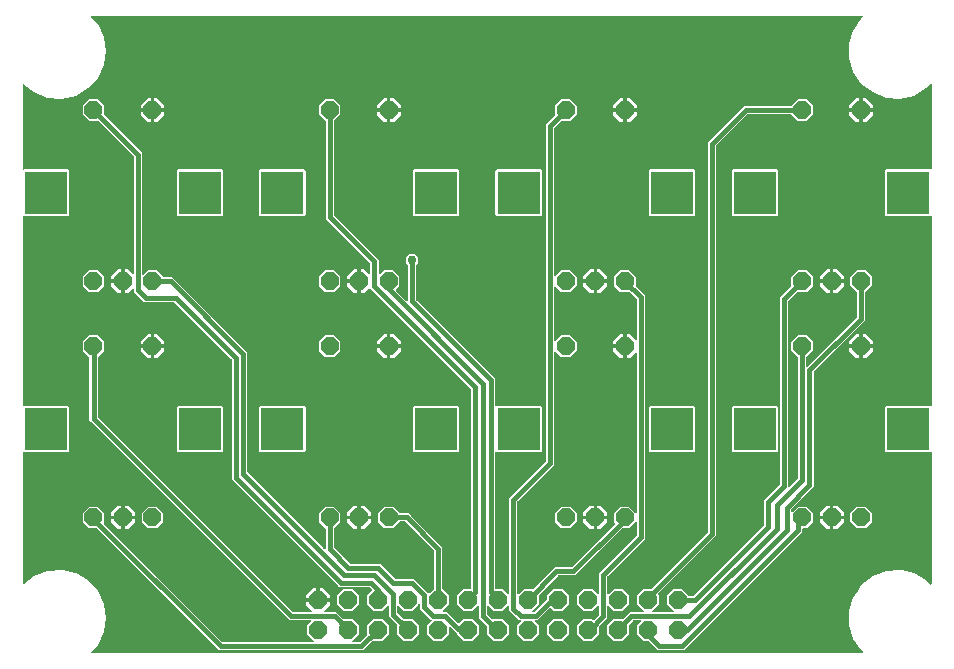
<source format=gbr>
G04 EAGLE Gerber RS-274X export*
G75*
%MOMM*%
%FSLAX34Y34*%
%LPD*%
%INBottom Copper*%
%IPPOS*%
%AMOC8*
5,1,8,0,0,1.08239X$1,22.5*%
G01*
%ADD10P,1.632244X8X22.500000*%
%ADD11R,3.616000X3.616000*%
%ADD12P,1.632244X8X202.500000*%
%ADD13C,0.381000*%
%ADD14C,0.152400*%
%ADD15C,0.756400*%

G36*
X720913Y10179D02*
X720913Y10179D01*
X721026Y10195D01*
X721034Y10199D01*
X721044Y10200D01*
X721144Y10254D01*
X721246Y10305D01*
X721253Y10311D01*
X721261Y10316D01*
X721339Y10398D01*
X721420Y10479D01*
X721424Y10487D01*
X721430Y10494D01*
X721478Y10598D01*
X721529Y10699D01*
X721530Y10709D01*
X721534Y10717D01*
X721546Y10830D01*
X721562Y10943D01*
X721560Y10952D01*
X721561Y10961D01*
X721537Y11073D01*
X721515Y11185D01*
X721511Y11193D01*
X721509Y11202D01*
X721450Y11299D01*
X721394Y11399D01*
X721386Y11407D01*
X721383Y11413D01*
X721365Y11428D01*
X721275Y11517D01*
X720215Y12363D01*
X713392Y22370D01*
X709822Y33944D01*
X709822Y46056D01*
X713392Y57630D01*
X713434Y57691D01*
X713434Y57692D01*
X714472Y59214D01*
X715510Y60736D01*
X715510Y60737D01*
X717067Y63020D01*
X718105Y64543D01*
X719143Y66065D01*
X720215Y67637D01*
X729684Y75188D01*
X740958Y79613D01*
X753036Y80519D01*
X754370Y80214D01*
X757705Y79453D01*
X761040Y78692D01*
X764375Y77930D01*
X764376Y77930D01*
X764845Y77823D01*
X775334Y71767D01*
X778520Y68333D01*
X778588Y68281D01*
X778650Y68222D01*
X778684Y68206D01*
X778714Y68183D01*
X778795Y68154D01*
X778873Y68118D01*
X778911Y68114D01*
X778946Y68101D01*
X779032Y68100D01*
X779117Y68091D01*
X779154Y68099D01*
X779192Y68099D01*
X779274Y68125D01*
X779358Y68143D01*
X779390Y68163D01*
X779426Y68174D01*
X779495Y68226D01*
X779569Y68269D01*
X779594Y68298D01*
X779624Y68321D01*
X779673Y68391D01*
X779729Y68456D01*
X779743Y68492D01*
X779765Y68523D01*
X779789Y68605D01*
X779821Y68685D01*
X779826Y68733D01*
X779834Y68759D01*
X779832Y68789D01*
X779839Y68851D01*
X779839Y179685D01*
X779828Y179756D01*
X779826Y179828D01*
X779808Y179877D01*
X779800Y179928D01*
X779766Y179991D01*
X779741Y180059D01*
X779709Y180099D01*
X779684Y180145D01*
X779632Y180195D01*
X779587Y180251D01*
X779544Y180279D01*
X779506Y180315D01*
X779441Y180345D01*
X779381Y180384D01*
X779330Y180396D01*
X779283Y180418D01*
X779212Y180426D01*
X779142Y180444D01*
X779090Y180440D01*
X779039Y180445D01*
X778968Y180430D01*
X778897Y180425D01*
X778849Y180404D01*
X778808Y180395D01*
X741288Y180395D01*
X740395Y181288D01*
X740395Y218712D01*
X741288Y219605D01*
X778823Y219605D01*
X778873Y219582D01*
X778925Y219576D01*
X778974Y219561D01*
X779046Y219563D01*
X779117Y219555D01*
X779168Y219566D01*
X779220Y219567D01*
X779288Y219592D01*
X779358Y219607D01*
X779402Y219634D01*
X779451Y219651D01*
X779507Y219696D01*
X779569Y219733D01*
X779603Y219772D01*
X779643Y219805D01*
X779682Y219865D01*
X779729Y219920D01*
X779748Y219968D01*
X779776Y220012D01*
X779794Y220081D01*
X779821Y220148D01*
X779829Y220219D01*
X779837Y220250D01*
X779835Y220274D01*
X779839Y220315D01*
X779839Y379685D01*
X779828Y379756D01*
X779826Y379828D01*
X779808Y379877D01*
X779800Y379928D01*
X779766Y379991D01*
X779741Y380059D01*
X779709Y380099D01*
X779684Y380145D01*
X779632Y380195D01*
X779587Y380251D01*
X779544Y380279D01*
X779506Y380315D01*
X779441Y380345D01*
X779381Y380384D01*
X779330Y380396D01*
X779283Y380418D01*
X779212Y380426D01*
X779142Y380444D01*
X779090Y380440D01*
X779039Y380445D01*
X778968Y380430D01*
X778897Y380425D01*
X778849Y380404D01*
X778808Y380395D01*
X741288Y380395D01*
X740395Y381288D01*
X740395Y418712D01*
X741288Y419605D01*
X778823Y419605D01*
X778873Y419582D01*
X778925Y419576D01*
X778974Y419561D01*
X779046Y419563D01*
X779117Y419555D01*
X779168Y419566D01*
X779220Y419567D01*
X779288Y419592D01*
X779358Y419607D01*
X779402Y419634D01*
X779451Y419651D01*
X779507Y419696D01*
X779569Y419733D01*
X779603Y419772D01*
X779643Y419805D01*
X779682Y419865D01*
X779729Y419920D01*
X779748Y419968D01*
X779776Y420012D01*
X779794Y420081D01*
X779821Y420148D01*
X779829Y420219D01*
X779837Y420250D01*
X779835Y420274D01*
X779839Y420315D01*
X779839Y491149D01*
X779825Y491233D01*
X779820Y491319D01*
X779806Y491354D01*
X779800Y491391D01*
X779759Y491467D01*
X779727Y491547D01*
X779702Y491575D01*
X779684Y491609D01*
X779622Y491668D01*
X779566Y491733D01*
X779534Y491752D01*
X779506Y491778D01*
X779428Y491814D01*
X779354Y491858D01*
X779317Y491866D01*
X779283Y491882D01*
X779198Y491891D01*
X779114Y491909D01*
X779076Y491905D01*
X779039Y491909D01*
X778955Y491891D01*
X778869Y491881D01*
X778835Y491865D01*
X778798Y491857D01*
X778725Y491813D01*
X778647Y491776D01*
X778610Y491744D01*
X778587Y491731D01*
X778567Y491707D01*
X778520Y491667D01*
X775334Y488232D01*
X764845Y482177D01*
X753036Y479481D01*
X740958Y480387D01*
X729684Y484812D01*
X720215Y492363D01*
X713392Y502370D01*
X709822Y513944D01*
X709822Y526056D01*
X713392Y537630D01*
X713672Y538040D01*
X714710Y539563D01*
X716267Y541846D01*
X716267Y541847D01*
X717305Y543369D01*
X718343Y544891D01*
X718343Y544892D01*
X718862Y545653D01*
X719900Y547175D01*
X720215Y547637D01*
X721275Y548483D01*
X721352Y548567D01*
X721430Y548650D01*
X721434Y548658D01*
X721440Y548665D01*
X721486Y548769D01*
X721534Y548873D01*
X721535Y548882D01*
X721539Y548891D01*
X721548Y549004D01*
X721561Y549117D01*
X721559Y549127D01*
X721560Y549136D01*
X721533Y549247D01*
X721509Y549358D01*
X721504Y549366D01*
X721502Y549375D01*
X721441Y549471D01*
X721383Y549569D01*
X721376Y549575D01*
X721371Y549583D01*
X721282Y549655D01*
X721196Y549729D01*
X721187Y549732D01*
X721180Y549738D01*
X721074Y549778D01*
X720967Y549821D01*
X720956Y549822D01*
X720950Y549825D01*
X720926Y549825D01*
X720801Y549839D01*
X68868Y549839D01*
X68811Y549830D01*
X68753Y549831D01*
X68690Y549810D01*
X68625Y549800D01*
X68574Y549773D01*
X68519Y549755D01*
X68466Y549715D01*
X68408Y549684D01*
X68368Y549643D01*
X68322Y549608D01*
X68284Y549554D01*
X68238Y549506D01*
X68214Y549454D01*
X68181Y549407D01*
X68162Y549343D01*
X68135Y549283D01*
X68128Y549226D01*
X68112Y549171D01*
X68115Y549104D01*
X68107Y549039D01*
X68120Y548982D01*
X68122Y548925D01*
X68146Y548863D01*
X68160Y548798D01*
X68189Y548749D01*
X68210Y548695D01*
X68270Y548614D01*
X68286Y548587D01*
X68296Y548578D01*
X68310Y548560D01*
X73572Y542889D01*
X78827Y531977D01*
X80632Y520000D01*
X78827Y508023D01*
X73572Y497111D01*
X65334Y488233D01*
X54845Y482177D01*
X43036Y479481D01*
X30958Y480387D01*
X19684Y484812D01*
X11397Y491420D01*
X11371Y491435D01*
X11350Y491455D01*
X11264Y491495D01*
X11182Y491541D01*
X11153Y491546D01*
X11127Y491558D01*
X11033Y491569D01*
X10940Y491586D01*
X10911Y491582D01*
X10883Y491586D01*
X10790Y491565D01*
X10697Y491552D01*
X10671Y491539D01*
X10642Y491533D01*
X10561Y491485D01*
X10477Y491443D01*
X10456Y491422D01*
X10431Y491407D01*
X10370Y491335D01*
X10303Y491268D01*
X10290Y491242D01*
X10271Y491220D01*
X10236Y491132D01*
X10194Y491048D01*
X10190Y491019D01*
X10179Y490992D01*
X10161Y490825D01*
X10161Y420315D01*
X10172Y420244D01*
X10174Y420172D01*
X10192Y420123D01*
X10200Y420072D01*
X10234Y420009D01*
X10259Y419941D01*
X10291Y419901D01*
X10316Y419855D01*
X10368Y419805D01*
X10413Y419749D01*
X10456Y419721D01*
X10494Y419685D01*
X10559Y419655D01*
X10619Y419616D01*
X10670Y419604D01*
X10717Y419582D01*
X10788Y419574D01*
X10858Y419556D01*
X10910Y419560D01*
X10961Y419555D01*
X11032Y419570D01*
X11103Y419575D01*
X11151Y419596D01*
X11192Y419605D01*
X48712Y419605D01*
X49605Y418712D01*
X49605Y381288D01*
X48712Y380395D01*
X11177Y380395D01*
X11127Y380418D01*
X11075Y380424D01*
X11026Y380439D01*
X10954Y380437D01*
X10883Y380445D01*
X10832Y380434D01*
X10780Y380433D01*
X10712Y380408D01*
X10642Y380393D01*
X10598Y380366D01*
X10549Y380349D01*
X10493Y380304D01*
X10431Y380267D01*
X10397Y380228D01*
X10357Y380195D01*
X10318Y380135D01*
X10271Y380080D01*
X10252Y380032D01*
X10224Y379988D01*
X10206Y379919D01*
X10179Y379852D01*
X10171Y379781D01*
X10163Y379750D01*
X10165Y379726D01*
X10161Y379685D01*
X10161Y220315D01*
X10172Y220244D01*
X10174Y220172D01*
X10192Y220123D01*
X10200Y220072D01*
X10234Y220009D01*
X10259Y219941D01*
X10291Y219901D01*
X10316Y219855D01*
X10368Y219805D01*
X10413Y219749D01*
X10456Y219721D01*
X10494Y219685D01*
X10559Y219655D01*
X10619Y219616D01*
X10670Y219604D01*
X10717Y219582D01*
X10788Y219574D01*
X10858Y219556D01*
X10910Y219560D01*
X10961Y219555D01*
X11032Y219570D01*
X11103Y219575D01*
X11151Y219596D01*
X11192Y219605D01*
X48712Y219605D01*
X49605Y218712D01*
X49605Y181288D01*
X48712Y180395D01*
X11177Y180395D01*
X11127Y180418D01*
X11075Y180424D01*
X11026Y180439D01*
X10954Y180437D01*
X10883Y180445D01*
X10832Y180434D01*
X10780Y180433D01*
X10712Y180408D01*
X10642Y180393D01*
X10598Y180366D01*
X10549Y180349D01*
X10493Y180304D01*
X10431Y180267D01*
X10397Y180228D01*
X10357Y180195D01*
X10318Y180135D01*
X10271Y180080D01*
X10252Y180032D01*
X10224Y179988D01*
X10206Y179919D01*
X10179Y179852D01*
X10171Y179781D01*
X10163Y179750D01*
X10165Y179726D01*
X10161Y179685D01*
X10161Y69175D01*
X10165Y69146D01*
X10163Y69117D01*
X10185Y69025D01*
X10200Y68932D01*
X10214Y68906D01*
X10221Y68878D01*
X10271Y68798D01*
X10316Y68715D01*
X10337Y68695D01*
X10352Y68670D01*
X10425Y68610D01*
X10494Y68545D01*
X10520Y68533D01*
X10543Y68515D01*
X10631Y68481D01*
X10717Y68442D01*
X10746Y68438D01*
X10773Y68428D01*
X10868Y68425D01*
X10961Y68414D01*
X10990Y68421D01*
X11019Y68420D01*
X11109Y68447D01*
X11202Y68467D01*
X11227Y68482D01*
X11255Y68490D01*
X11397Y68580D01*
X19684Y75188D01*
X30958Y79613D01*
X43036Y80519D01*
X44370Y80214D01*
X47705Y79453D01*
X51040Y78692D01*
X54375Y77930D01*
X54376Y77930D01*
X54845Y77823D01*
X65334Y71767D01*
X73572Y62889D01*
X78827Y51977D01*
X80632Y40000D01*
X78827Y28023D01*
X73572Y17111D01*
X68310Y11440D01*
X68278Y11392D01*
X68238Y11350D01*
X68210Y11290D01*
X68174Y11235D01*
X68159Y11179D01*
X68135Y11127D01*
X68127Y11061D01*
X68110Y10997D01*
X68114Y10940D01*
X68107Y10883D01*
X68121Y10818D01*
X68126Y10752D01*
X68147Y10698D01*
X68160Y10642D01*
X68194Y10585D01*
X68219Y10524D01*
X68256Y10480D01*
X68286Y10431D01*
X68336Y10388D01*
X68379Y10338D01*
X68429Y10309D01*
X68473Y10271D01*
X68534Y10246D01*
X68591Y10213D01*
X68647Y10201D01*
X68701Y10179D01*
X68801Y10168D01*
X68832Y10162D01*
X68846Y10163D01*
X68868Y10161D01*
X720801Y10161D01*
X720913Y10179D01*
G37*
%LPC*%
G36*
X408745Y20735D02*
X408745Y20735D01*
X403435Y26045D01*
X403435Y32724D01*
X403421Y32814D01*
X403413Y32905D01*
X403401Y32935D01*
X403396Y32967D01*
X403353Y33047D01*
X403317Y33131D01*
X403291Y33163D01*
X403280Y33184D01*
X403257Y33206D01*
X403212Y33262D01*
X396620Y39854D01*
X396620Y50063D01*
X396609Y50134D01*
X396607Y50205D01*
X396589Y50254D01*
X396581Y50306D01*
X396547Y50369D01*
X396522Y50436D01*
X396490Y50477D01*
X396465Y50523D01*
X396413Y50572D01*
X396369Y50628D01*
X396325Y50657D01*
X396287Y50693D01*
X396222Y50723D01*
X396162Y50761D01*
X396111Y50774D01*
X396064Y50796D01*
X395993Y50804D01*
X395923Y50822D01*
X395871Y50817D01*
X395820Y50823D01*
X395749Y50808D01*
X395678Y50802D01*
X395630Y50782D01*
X395579Y50771D01*
X395518Y50734D01*
X395452Y50706D01*
X395396Y50661D01*
X395368Y50645D01*
X395353Y50627D01*
X395321Y50601D01*
X390855Y46135D01*
X383345Y46135D01*
X378035Y51445D01*
X378035Y58955D01*
X383345Y64265D01*
X389255Y64265D01*
X389275Y64268D01*
X389294Y64266D01*
X389396Y64288D01*
X389498Y64304D01*
X389515Y64314D01*
X389535Y64318D01*
X389624Y64371D01*
X389715Y64420D01*
X389729Y64434D01*
X389746Y64444D01*
X389813Y64523D01*
X389885Y64598D01*
X389893Y64616D01*
X389906Y64631D01*
X389945Y64727D01*
X389988Y64821D01*
X389990Y64841D01*
X389998Y64859D01*
X390016Y65026D01*
X390016Y233468D01*
X390002Y233558D01*
X389994Y233649D01*
X389982Y233679D01*
X389977Y233711D01*
X389934Y233791D01*
X389898Y233875D01*
X389872Y233907D01*
X389861Y233928D01*
X389838Y233950D01*
X389793Y234006D01*
X304566Y319233D01*
X304550Y319245D01*
X304538Y319261D01*
X304450Y319317D01*
X304366Y319377D01*
X304348Y319383D01*
X304331Y319394D01*
X304230Y319419D01*
X304131Y319449D01*
X304111Y319449D01*
X304092Y319454D01*
X303989Y319446D01*
X303886Y319443D01*
X303867Y319436D01*
X303847Y319435D01*
X303752Y319394D01*
X303655Y319358D01*
X303639Y319346D01*
X303621Y319338D01*
X303490Y319233D01*
X299176Y314919D01*
X296523Y314919D01*
X296523Y324238D01*
X296520Y324258D01*
X296522Y324277D01*
X296500Y324379D01*
X296483Y324481D01*
X296474Y324498D01*
X296470Y324518D01*
X296417Y324607D01*
X296368Y324698D01*
X296354Y324712D01*
X296344Y324729D01*
X296265Y324796D01*
X296190Y324867D01*
X296172Y324876D01*
X296157Y324889D01*
X296061Y324927D01*
X295967Y324971D01*
X295947Y324973D01*
X295929Y324981D01*
X295762Y324999D01*
X294999Y324999D01*
X294999Y325001D01*
X295762Y325001D01*
X295782Y325004D01*
X295801Y325002D01*
X295903Y325024D01*
X296005Y325041D01*
X296022Y325050D01*
X296042Y325054D01*
X296131Y325107D01*
X296222Y325156D01*
X296236Y325170D01*
X296253Y325180D01*
X296320Y325259D01*
X296391Y325334D01*
X296400Y325352D01*
X296413Y325367D01*
X296452Y325463D01*
X296495Y325557D01*
X296497Y325577D01*
X296505Y325595D01*
X296523Y325762D01*
X296523Y335081D01*
X299176Y335081D01*
X303246Y331011D01*
X303304Y330969D01*
X303356Y330919D01*
X303403Y330897D01*
X303445Y330867D01*
X303514Y330846D01*
X303579Y330816D01*
X303631Y330810D01*
X303681Y330795D01*
X303752Y330797D01*
X303823Y330789D01*
X303874Y330800D01*
X303926Y330801D01*
X303994Y330826D01*
X304064Y330841D01*
X304109Y330868D01*
X304157Y330885D01*
X304213Y330930D01*
X304275Y330967D01*
X304309Y331007D01*
X304349Y331039D01*
X304388Y331099D01*
X304435Y331154D01*
X304454Y331202D01*
X304482Y331246D01*
X304500Y331316D01*
X304527Y331382D01*
X304535Y331453D01*
X304543Y331485D01*
X304541Y331508D01*
X304545Y331549D01*
X304545Y340148D01*
X304531Y340238D01*
X304523Y340329D01*
X304511Y340359D01*
X304506Y340391D01*
X304463Y340471D01*
X304427Y340555D01*
X304401Y340587D01*
X304390Y340608D01*
X304367Y340630D01*
X304322Y340686D01*
X267080Y377928D01*
X267080Y460174D01*
X267077Y460194D01*
X267079Y460213D01*
X267057Y460315D01*
X267041Y460417D01*
X267031Y460434D01*
X267027Y460454D01*
X266974Y460543D01*
X266925Y460634D01*
X266911Y460648D01*
X266901Y460665D01*
X266822Y460732D01*
X266747Y460804D01*
X266729Y460812D01*
X266714Y460825D01*
X266618Y460864D01*
X266524Y460907D01*
X266504Y460909D01*
X266486Y460917D01*
X266319Y460935D01*
X266245Y460935D01*
X260935Y466245D01*
X260935Y473755D01*
X266245Y479065D01*
X273755Y479065D01*
X279065Y473755D01*
X279065Y466245D01*
X274163Y461343D01*
X274118Y461282D01*
X274087Y461249D01*
X274082Y461237D01*
X274050Y461200D01*
X274038Y461170D01*
X274019Y461144D01*
X273992Y461057D01*
X273958Y460972D01*
X273954Y460931D01*
X273947Y460908D01*
X273948Y460876D01*
X273940Y460805D01*
X273940Y381085D01*
X273954Y380995D01*
X273962Y380904D01*
X273974Y380874D01*
X273979Y380842D01*
X274022Y380762D01*
X274058Y380678D01*
X274084Y380646D01*
X274095Y380625D01*
X274118Y380603D01*
X274163Y380547D01*
X311405Y343305D01*
X311405Y331062D01*
X311416Y330991D01*
X311418Y330920D01*
X311436Y330871D01*
X311444Y330819D01*
X311478Y330756D01*
X311503Y330689D01*
X311535Y330648D01*
X311560Y330602D01*
X311612Y330553D01*
X311656Y330497D01*
X311700Y330468D01*
X311738Y330432D01*
X311803Y330402D01*
X311863Y330364D01*
X311914Y330351D01*
X311961Y330329D01*
X312032Y330321D01*
X312102Y330303D01*
X312154Y330308D01*
X312205Y330302D01*
X312276Y330317D01*
X312347Y330323D01*
X312395Y330343D01*
X312446Y330354D01*
X312507Y330391D01*
X312573Y330419D01*
X312629Y330464D01*
X312657Y330480D01*
X312672Y330498D01*
X312704Y330524D01*
X316245Y334065D01*
X323755Y334065D01*
X329065Y328755D01*
X329065Y321245D01*
X325961Y318141D01*
X325949Y318125D01*
X325934Y318113D01*
X325877Y318025D01*
X325817Y317941D01*
X325811Y317923D01*
X325801Y317906D01*
X325775Y317805D01*
X325745Y317706D01*
X325745Y317686D01*
X325740Y317667D01*
X325748Y317564D01*
X325751Y317461D01*
X325758Y317442D01*
X325760Y317422D01*
X325800Y317327D01*
X325836Y317230D01*
X325848Y317214D01*
X325856Y317196D01*
X325961Y317065D01*
X334996Y308030D01*
X335054Y307988D01*
X335106Y307938D01*
X335125Y307930D01*
X335136Y307920D01*
X335164Y307909D01*
X335195Y307886D01*
X335264Y307865D01*
X335329Y307835D01*
X335355Y307832D01*
X335364Y307828D01*
X335396Y307825D01*
X335431Y307814D01*
X335481Y307815D01*
X335531Y307809D01*
X335534Y307809D01*
X335543Y307811D01*
X335573Y307808D01*
X335624Y307819D01*
X335676Y307820D01*
X335739Y307843D01*
X335777Y307849D01*
X335785Y307854D01*
X335814Y307860D01*
X335858Y307887D01*
X335907Y307905D01*
X335959Y307945D01*
X335994Y307964D01*
X336002Y307972D01*
X336025Y307986D01*
X336059Y308026D01*
X336099Y308058D01*
X336133Y308111D01*
X336164Y308143D01*
X336169Y308155D01*
X336185Y308173D01*
X336204Y308221D01*
X336232Y308265D01*
X336247Y308322D01*
X336267Y308366D01*
X336269Y308382D01*
X336277Y308401D01*
X336285Y308473D01*
X336293Y308504D01*
X336291Y308527D01*
X336295Y308568D01*
X336295Y338510D01*
X336281Y338600D01*
X336273Y338691D01*
X336261Y338720D01*
X336256Y338752D01*
X336213Y338833D01*
X336177Y338917D01*
X336151Y338949D01*
X336140Y338970D01*
X336117Y338992D01*
X336072Y339048D01*
X334418Y340702D01*
X334418Y345098D01*
X337527Y348207D01*
X341923Y348207D01*
X345032Y345098D01*
X345032Y340702D01*
X343378Y339048D01*
X343325Y338974D01*
X343265Y338904D01*
X343253Y338874D01*
X343234Y338848D01*
X343207Y338761D01*
X343173Y338676D01*
X343169Y338635D01*
X343162Y338613D01*
X343163Y338581D01*
X343155Y338510D01*
X343155Y309711D01*
X343169Y309621D01*
X343177Y309530D01*
X343189Y309500D01*
X343194Y309468D01*
X343237Y309388D01*
X343273Y309304D01*
X343299Y309272D01*
X343310Y309251D01*
X343333Y309229D01*
X343378Y309173D01*
X409830Y242721D01*
X409830Y219984D01*
X409841Y219913D01*
X409843Y219841D01*
X409861Y219792D01*
X409869Y219741D01*
X409903Y219678D01*
X409928Y219610D01*
X409960Y219570D01*
X409985Y219524D01*
X410036Y219474D01*
X410081Y219418D01*
X410125Y219390D01*
X410163Y219354D01*
X410228Y219324D01*
X410288Y219285D01*
X410339Y219273D01*
X410386Y219251D01*
X410457Y219243D01*
X410527Y219225D01*
X410579Y219229D01*
X410630Y219224D01*
X410701Y219239D01*
X410772Y219244D01*
X410820Y219265D01*
X410871Y219276D01*
X410932Y219313D01*
X410998Y219341D01*
X411054Y219386D01*
X411082Y219402D01*
X411097Y219420D01*
X411129Y219446D01*
X411288Y219605D01*
X448712Y219605D01*
X449605Y218712D01*
X449605Y181288D01*
X448712Y180395D01*
X411288Y180395D01*
X411129Y180554D01*
X411071Y180596D01*
X411019Y180646D01*
X410972Y180668D01*
X410930Y180698D01*
X410861Y180719D01*
X410796Y180749D01*
X410744Y180755D01*
X410694Y180770D01*
X410623Y180768D01*
X410552Y180776D01*
X410501Y180765D01*
X410449Y180764D01*
X410381Y180739D01*
X410311Y180724D01*
X410266Y180697D01*
X410218Y180680D01*
X410162Y180635D01*
X410100Y180598D01*
X410066Y180558D01*
X410026Y180526D01*
X409987Y180466D01*
X409940Y180411D01*
X409921Y180363D01*
X409893Y180319D01*
X409875Y180250D01*
X409848Y180183D01*
X409840Y180112D01*
X409832Y180080D01*
X409834Y180057D01*
X409830Y180016D01*
X409830Y65026D01*
X409833Y65006D01*
X409831Y64987D01*
X409853Y64885D01*
X409869Y64783D01*
X409879Y64766D01*
X409883Y64746D01*
X409936Y64657D01*
X409985Y64566D01*
X409999Y64552D01*
X410009Y64535D01*
X410088Y64468D01*
X410163Y64396D01*
X410181Y64388D01*
X410196Y64375D01*
X410292Y64336D01*
X410386Y64293D01*
X410406Y64291D01*
X410424Y64283D01*
X410591Y64265D01*
X416255Y64265D01*
X420721Y59799D01*
X420779Y59757D01*
X420831Y59707D01*
X420878Y59686D01*
X420920Y59655D01*
X420989Y59634D01*
X421054Y59604D01*
X421106Y59598D01*
X421156Y59583D01*
X421227Y59585D01*
X421298Y59577D01*
X421349Y59588D01*
X421401Y59589D01*
X421469Y59614D01*
X421539Y59629D01*
X421584Y59656D01*
X421632Y59674D01*
X421688Y59718D01*
X421750Y59755D01*
X421784Y59795D01*
X421824Y59827D01*
X421863Y59888D01*
X421910Y59942D01*
X421929Y59990D01*
X421957Y60034D01*
X421975Y60104D01*
X422002Y60170D01*
X422010Y60242D01*
X422018Y60273D01*
X422016Y60296D01*
X422020Y60337D01*
X422020Y141248D01*
X452658Y171886D01*
X452711Y171960D01*
X452771Y172029D01*
X452783Y172059D01*
X452802Y172085D01*
X452829Y172172D01*
X452863Y172257D01*
X452867Y172298D01*
X452874Y172321D01*
X452873Y172353D01*
X452881Y172424D01*
X452881Y457732D01*
X460712Y465563D01*
X460765Y465637D01*
X460825Y465706D01*
X460837Y465736D01*
X460856Y465762D01*
X460883Y465849D01*
X460917Y465934D01*
X460921Y465975D01*
X460928Y465998D01*
X460927Y466030D01*
X460935Y466101D01*
X460935Y473755D01*
X466245Y479065D01*
X473755Y479065D01*
X479065Y473755D01*
X479065Y466245D01*
X473755Y460935D01*
X466101Y460935D01*
X466011Y460921D01*
X465920Y460913D01*
X465890Y460901D01*
X465858Y460896D01*
X465778Y460853D01*
X465694Y460817D01*
X465662Y460791D01*
X465641Y460780D01*
X465619Y460757D01*
X465563Y460712D01*
X459964Y455113D01*
X459911Y455039D01*
X459851Y454970D01*
X459839Y454940D01*
X459820Y454914D01*
X459793Y454827D01*
X459759Y454742D01*
X459755Y454701D01*
X459748Y454678D01*
X459749Y454646D01*
X459741Y454575D01*
X459741Y329398D01*
X459752Y329327D01*
X459754Y329256D01*
X459772Y329207D01*
X459780Y329155D01*
X459814Y329092D01*
X459839Y329025D01*
X459871Y328984D01*
X459896Y328938D01*
X459948Y328889D01*
X459992Y328833D01*
X460036Y328804D01*
X460074Y328768D01*
X460139Y328738D01*
X460199Y328700D01*
X460250Y328687D01*
X460297Y328665D01*
X460368Y328657D01*
X460438Y328639D01*
X460490Y328644D01*
X460541Y328638D01*
X460612Y328653D01*
X460683Y328659D01*
X460731Y328679D01*
X460782Y328690D01*
X460843Y328727D01*
X460909Y328755D01*
X460965Y328800D01*
X460993Y328816D01*
X461008Y328834D01*
X461040Y328860D01*
X466245Y334065D01*
X473755Y334065D01*
X479065Y328755D01*
X479065Y321245D01*
X473755Y315935D01*
X466245Y315935D01*
X461040Y321140D01*
X460982Y321182D01*
X460930Y321232D01*
X460883Y321253D01*
X460841Y321284D01*
X460772Y321305D01*
X460707Y321335D01*
X460655Y321341D01*
X460605Y321356D01*
X460534Y321354D01*
X460463Y321362D01*
X460412Y321351D01*
X460360Y321350D01*
X460292Y321325D01*
X460222Y321310D01*
X460177Y321283D01*
X460129Y321265D01*
X460073Y321221D01*
X460011Y321184D01*
X459977Y321144D01*
X459937Y321112D01*
X459898Y321051D01*
X459851Y320997D01*
X459832Y320949D01*
X459804Y320905D01*
X459786Y320835D01*
X459759Y320769D01*
X459751Y320697D01*
X459743Y320666D01*
X459745Y320643D01*
X459741Y320602D01*
X459741Y274398D01*
X459752Y274327D01*
X459754Y274256D01*
X459772Y274207D01*
X459780Y274155D01*
X459814Y274092D01*
X459839Y274025D01*
X459871Y273984D01*
X459896Y273938D01*
X459948Y273889D01*
X459992Y273833D01*
X460036Y273804D01*
X460074Y273768D01*
X460139Y273738D01*
X460199Y273700D01*
X460250Y273687D01*
X460297Y273665D01*
X460368Y273657D01*
X460438Y273639D01*
X460490Y273644D01*
X460541Y273638D01*
X460612Y273653D01*
X460683Y273659D01*
X460731Y273679D01*
X460782Y273690D01*
X460843Y273727D01*
X460909Y273755D01*
X460965Y273800D01*
X460993Y273816D01*
X461008Y273834D01*
X461040Y273860D01*
X466245Y279065D01*
X473755Y279065D01*
X479065Y273755D01*
X479065Y266245D01*
X473755Y260935D01*
X466245Y260935D01*
X461040Y266140D01*
X460982Y266182D01*
X460930Y266232D01*
X460883Y266253D01*
X460841Y266284D01*
X460772Y266305D01*
X460707Y266335D01*
X460655Y266341D01*
X460605Y266356D01*
X460534Y266354D01*
X460463Y266362D01*
X460412Y266351D01*
X460360Y266350D01*
X460292Y266325D01*
X460222Y266310D01*
X460177Y266283D01*
X460129Y266265D01*
X460073Y266221D01*
X460011Y266184D01*
X459977Y266144D01*
X459937Y266112D01*
X459898Y266051D01*
X459851Y265997D01*
X459832Y265949D01*
X459804Y265905D01*
X459786Y265835D01*
X459759Y265769D01*
X459751Y265697D01*
X459743Y265666D01*
X459745Y265643D01*
X459741Y265602D01*
X459741Y169267D01*
X429103Y138629D01*
X429050Y138555D01*
X428990Y138486D01*
X428978Y138456D01*
X428959Y138430D01*
X428932Y138343D01*
X428898Y138258D01*
X428894Y138217D01*
X428887Y138194D01*
X428888Y138162D01*
X428880Y138091D01*
X428880Y60837D01*
X428891Y60766D01*
X428893Y60695D01*
X428911Y60646D01*
X428919Y60594D01*
X428953Y60531D01*
X428978Y60464D01*
X429010Y60423D01*
X429035Y60377D01*
X429087Y60328D01*
X429131Y60272D01*
X429175Y60243D01*
X429213Y60207D01*
X429278Y60177D01*
X429338Y60139D01*
X429389Y60126D01*
X429436Y60104D01*
X429507Y60096D01*
X429577Y60078D01*
X429629Y60083D01*
X429680Y60077D01*
X429751Y60092D01*
X429822Y60098D01*
X429870Y60118D01*
X429921Y60129D01*
X429982Y60166D01*
X430048Y60194D01*
X430104Y60239D01*
X430132Y60255D01*
X430147Y60273D01*
X430179Y60299D01*
X434145Y64265D01*
X441799Y64265D01*
X441889Y64279D01*
X441980Y64287D01*
X442010Y64299D01*
X442042Y64304D01*
X442122Y64347D01*
X442206Y64383D01*
X442238Y64409D01*
X442259Y64420D01*
X442281Y64443D01*
X442337Y64488D01*
X458422Y80573D01*
X460654Y82805D01*
X474514Y82805D01*
X474604Y82819D01*
X474695Y82827D01*
X474725Y82839D01*
X474757Y82844D01*
X474837Y82887D01*
X474921Y82923D01*
X474953Y82949D01*
X474974Y82960D01*
X474996Y82983D01*
X475052Y83028D01*
X511564Y119540D01*
X511576Y119556D01*
X511591Y119568D01*
X511648Y119656D01*
X511708Y119739D01*
X511714Y119758D01*
X511724Y119775D01*
X511750Y119876D01*
X511780Y119974D01*
X511780Y119994D01*
X511785Y120014D01*
X511777Y120117D01*
X511774Y120220D01*
X511767Y120239D01*
X511765Y120259D01*
X511725Y120354D01*
X511689Y120451D01*
X511677Y120467D01*
X511669Y120485D01*
X511564Y120616D01*
X510935Y121245D01*
X510935Y128755D01*
X516245Y134065D01*
X523755Y134065D01*
X528798Y129022D01*
X528856Y128980D01*
X528908Y128930D01*
X528955Y128909D01*
X528997Y128878D01*
X529066Y128857D01*
X529131Y128827D01*
X529183Y128821D01*
X529233Y128806D01*
X529304Y128808D01*
X529375Y128800D01*
X529426Y128811D01*
X529478Y128812D01*
X529546Y128837D01*
X529616Y128852D01*
X529661Y128879D01*
X529709Y128897D01*
X529765Y128941D01*
X529827Y128978D01*
X529861Y129018D01*
X529901Y129050D01*
X529940Y129111D01*
X529987Y129165D01*
X530006Y129213D01*
X530034Y129257D01*
X530052Y129327D01*
X530079Y129393D01*
X530087Y129465D01*
X530095Y129496D01*
X530093Y129519D01*
X530097Y129560D01*
X530097Y264003D01*
X530086Y264074D01*
X530084Y264146D01*
X530066Y264195D01*
X530058Y264246D01*
X530024Y264309D01*
X529999Y264377D01*
X529967Y264417D01*
X529942Y264463D01*
X529890Y264513D01*
X529846Y264569D01*
X529802Y264597D01*
X529764Y264633D01*
X529699Y264663D01*
X529639Y264702D01*
X529588Y264714D01*
X529541Y264736D01*
X529470Y264744D01*
X529400Y264762D01*
X529348Y264758D01*
X529297Y264763D01*
X529226Y264748D01*
X529155Y264743D01*
X529107Y264722D01*
X529056Y264711D01*
X528995Y264674D01*
X528929Y264646D01*
X528873Y264602D01*
X528845Y264585D01*
X528830Y264567D01*
X528798Y264541D01*
X524176Y259919D01*
X521523Y259919D01*
X521523Y269238D01*
X521520Y269258D01*
X521522Y269277D01*
X521500Y269379D01*
X521483Y269481D01*
X521474Y269498D01*
X521470Y269518D01*
X521417Y269607D01*
X521368Y269698D01*
X521354Y269712D01*
X521344Y269729D01*
X521265Y269796D01*
X521190Y269867D01*
X521172Y269876D01*
X521157Y269889D01*
X521061Y269927D01*
X520967Y269971D01*
X520947Y269973D01*
X520929Y269981D01*
X520762Y269999D01*
X519999Y269999D01*
X519999Y270001D01*
X520762Y270001D01*
X520782Y270004D01*
X520801Y270002D01*
X520903Y270024D01*
X521005Y270041D01*
X521022Y270050D01*
X521042Y270054D01*
X521131Y270107D01*
X521222Y270156D01*
X521236Y270170D01*
X521253Y270180D01*
X521320Y270259D01*
X521391Y270334D01*
X521400Y270352D01*
X521413Y270367D01*
X521452Y270463D01*
X521495Y270557D01*
X521497Y270577D01*
X521505Y270595D01*
X521523Y270762D01*
X521523Y280081D01*
X524176Y280081D01*
X528798Y275459D01*
X528856Y275417D01*
X528908Y275367D01*
X528955Y275345D01*
X528997Y275315D01*
X529066Y275294D01*
X529131Y275264D01*
X529183Y275258D01*
X529233Y275243D01*
X529304Y275245D01*
X529375Y275237D01*
X529426Y275248D01*
X529478Y275249D01*
X529546Y275274D01*
X529616Y275289D01*
X529661Y275316D01*
X529709Y275333D01*
X529765Y275378D01*
X529827Y275415D01*
X529861Y275455D01*
X529901Y275487D01*
X529940Y275547D01*
X529987Y275602D01*
X530006Y275650D01*
X530034Y275694D01*
X530052Y275764D01*
X530079Y275830D01*
X530087Y275901D01*
X530095Y275933D01*
X530093Y275956D01*
X530097Y275997D01*
X530097Y309795D01*
X530083Y309885D01*
X530075Y309976D01*
X530063Y310006D01*
X530058Y310038D01*
X530015Y310118D01*
X529979Y310202D01*
X529953Y310234D01*
X529942Y310255D01*
X529919Y310277D01*
X529874Y310333D01*
X524495Y315712D01*
X524421Y315765D01*
X524352Y315825D01*
X524322Y315837D01*
X524296Y315856D01*
X524209Y315883D01*
X524124Y315917D01*
X524083Y315921D01*
X524060Y315928D01*
X524028Y315927D01*
X523957Y315935D01*
X516245Y315935D01*
X510935Y321245D01*
X510935Y328755D01*
X516245Y334065D01*
X523755Y334065D01*
X529065Y328755D01*
X529065Y321159D01*
X529079Y321069D01*
X529087Y320978D01*
X529099Y320948D01*
X529104Y320916D01*
X529147Y320836D01*
X529183Y320752D01*
X529209Y320720D01*
X529220Y320699D01*
X529243Y320677D01*
X529288Y320621D01*
X536957Y312952D01*
X536957Y107037D01*
X505303Y75383D01*
X505257Y75320D01*
X505233Y75295D01*
X505229Y75285D01*
X505190Y75240D01*
X505178Y75210D01*
X505159Y75184D01*
X505132Y75097D01*
X505098Y75012D01*
X505094Y74971D01*
X505087Y74948D01*
X505088Y74916D01*
X505080Y74845D01*
X505080Y60837D01*
X505091Y60766D01*
X505093Y60695D01*
X505111Y60646D01*
X505119Y60594D01*
X505153Y60531D01*
X505178Y60464D01*
X505210Y60423D01*
X505235Y60377D01*
X505287Y60328D01*
X505331Y60272D01*
X505375Y60243D01*
X505413Y60207D01*
X505478Y60177D01*
X505538Y60139D01*
X505589Y60126D01*
X505636Y60104D01*
X505707Y60096D01*
X505777Y60078D01*
X505829Y60083D01*
X505880Y60077D01*
X505951Y60092D01*
X506022Y60098D01*
X506070Y60118D01*
X506121Y60129D01*
X506182Y60166D01*
X506248Y60194D01*
X506304Y60239D01*
X506332Y60255D01*
X506347Y60273D01*
X506379Y60299D01*
X510345Y64265D01*
X517855Y64265D01*
X523165Y58955D01*
X523165Y51445D01*
X517855Y46135D01*
X510345Y46135D01*
X506379Y50101D01*
X506321Y50143D01*
X506269Y50193D01*
X506222Y50214D01*
X506180Y50245D01*
X506111Y50266D01*
X506046Y50296D01*
X505994Y50302D01*
X505944Y50317D01*
X505873Y50315D01*
X505802Y50323D01*
X505751Y50312D01*
X505699Y50311D01*
X505631Y50286D01*
X505561Y50271D01*
X505516Y50244D01*
X505468Y50226D01*
X505412Y50182D01*
X505350Y50145D01*
X505316Y50105D01*
X505276Y50073D01*
X505237Y50012D01*
X505190Y49958D01*
X505171Y49910D01*
X505143Y49866D01*
X505125Y49796D01*
X505098Y49730D01*
X505090Y49658D01*
X505082Y49627D01*
X505084Y49604D01*
X505080Y49563D01*
X505080Y39854D01*
X497988Y32762D01*
X497944Y32701D01*
X497909Y32665D01*
X497903Y32652D01*
X497875Y32619D01*
X497863Y32589D01*
X497844Y32563D01*
X497817Y32476D01*
X497783Y32391D01*
X497779Y32350D01*
X497772Y32327D01*
X497773Y32295D01*
X497765Y32224D01*
X497765Y26045D01*
X492455Y20735D01*
X484945Y20735D01*
X479635Y26045D01*
X479635Y33555D01*
X484945Y38865D01*
X492455Y38865D01*
X492884Y38436D01*
X492900Y38424D01*
X492912Y38409D01*
X492999Y38353D01*
X493083Y38292D01*
X493102Y38286D01*
X493119Y38276D01*
X493220Y38250D01*
X493319Y38220D01*
X493338Y38220D01*
X493358Y38215D01*
X493461Y38223D01*
X493564Y38226D01*
X493583Y38233D01*
X493603Y38235D01*
X493698Y38275D01*
X493795Y38311D01*
X493811Y38323D01*
X493829Y38331D01*
X493960Y38436D01*
X497997Y42473D01*
X498050Y42547D01*
X498110Y42616D01*
X498122Y42646D01*
X498141Y42672D01*
X498168Y42759D01*
X498202Y42844D01*
X498206Y42885D01*
X498213Y42908D01*
X498212Y42940D01*
X498220Y43011D01*
X498220Y50063D01*
X498209Y50134D01*
X498207Y50205D01*
X498189Y50254D01*
X498181Y50306D01*
X498147Y50369D01*
X498122Y50436D01*
X498090Y50477D01*
X498065Y50523D01*
X498013Y50572D01*
X497969Y50628D01*
X497925Y50657D01*
X497887Y50693D01*
X497822Y50723D01*
X497762Y50761D01*
X497711Y50774D01*
X497664Y50796D01*
X497593Y50804D01*
X497523Y50822D01*
X497471Y50817D01*
X497420Y50823D01*
X497349Y50808D01*
X497278Y50802D01*
X497230Y50782D01*
X497179Y50771D01*
X497118Y50734D01*
X497052Y50706D01*
X496996Y50661D01*
X496968Y50645D01*
X496953Y50627D01*
X496921Y50601D01*
X492455Y46135D01*
X484945Y46135D01*
X479635Y51445D01*
X479635Y58955D01*
X484945Y64265D01*
X492455Y64265D01*
X496921Y59799D01*
X496979Y59757D01*
X497031Y59707D01*
X497078Y59686D01*
X497120Y59655D01*
X497189Y59634D01*
X497254Y59604D01*
X497306Y59598D01*
X497356Y59583D01*
X497427Y59585D01*
X497498Y59577D01*
X497549Y59588D01*
X497601Y59589D01*
X497669Y59614D01*
X497739Y59629D01*
X497784Y59656D01*
X497832Y59674D01*
X497888Y59718D01*
X497950Y59755D01*
X497984Y59795D01*
X498024Y59827D01*
X498063Y59888D01*
X498110Y59942D01*
X498129Y59990D01*
X498157Y60034D01*
X498175Y60104D01*
X498202Y60170D01*
X498210Y60242D01*
X498218Y60273D01*
X498216Y60296D01*
X498220Y60337D01*
X498220Y78002D01*
X529874Y109656D01*
X529927Y109730D01*
X529987Y109799D01*
X529999Y109829D01*
X530018Y109855D01*
X530045Y109942D01*
X530079Y110027D01*
X530083Y110068D01*
X530090Y110091D01*
X530089Y110123D01*
X530097Y110194D01*
X530097Y120440D01*
X530086Y120511D01*
X530084Y120582D01*
X530066Y120631D01*
X530058Y120683D01*
X530024Y120746D01*
X529999Y120813D01*
X529967Y120854D01*
X529942Y120900D01*
X529890Y120949D01*
X529846Y121005D01*
X529802Y121034D01*
X529764Y121070D01*
X529699Y121100D01*
X529639Y121138D01*
X529588Y121151D01*
X529541Y121173D01*
X529470Y121181D01*
X529400Y121199D01*
X529348Y121194D01*
X529297Y121200D01*
X529226Y121185D01*
X529155Y121179D01*
X529107Y121159D01*
X529056Y121148D01*
X528995Y121111D01*
X528929Y121083D01*
X528873Y121038D01*
X528845Y121022D01*
X528830Y121004D01*
X528798Y120978D01*
X523755Y115935D01*
X517976Y115935D01*
X517886Y115921D01*
X517795Y115913D01*
X517765Y115901D01*
X517733Y115896D01*
X517653Y115853D01*
X517569Y115817D01*
X517537Y115791D01*
X517516Y115780D01*
X517494Y115757D01*
X517438Y115712D01*
X479903Y78177D01*
X477671Y75945D01*
X463811Y75945D01*
X463721Y75931D01*
X463630Y75923D01*
X463600Y75911D01*
X463568Y75906D01*
X463488Y75863D01*
X463404Y75827D01*
X463372Y75801D01*
X463351Y75790D01*
X463329Y75767D01*
X463273Y75722D01*
X447188Y59637D01*
X447135Y59563D01*
X447075Y59494D01*
X447063Y59464D01*
X447044Y59438D01*
X447017Y59351D01*
X446983Y59266D01*
X446979Y59225D01*
X446972Y59203D01*
X446973Y59170D01*
X446965Y59099D01*
X446965Y51445D01*
X441524Y46004D01*
X441482Y45946D01*
X441432Y45894D01*
X441411Y45847D01*
X441380Y45805D01*
X441359Y45736D01*
X441329Y45671D01*
X441323Y45619D01*
X441308Y45569D01*
X441310Y45498D01*
X441302Y45427D01*
X441313Y45376D01*
X441314Y45324D01*
X441339Y45256D01*
X441354Y45186D01*
X441381Y45141D01*
X441399Y45093D01*
X441443Y45037D01*
X441480Y44975D01*
X441520Y44941D01*
X441552Y44901D01*
X441613Y44862D01*
X441667Y44815D01*
X441715Y44796D01*
X441759Y44768D01*
X441829Y44750D01*
X441895Y44723D01*
X441967Y44715D01*
X441998Y44707D01*
X442021Y44709D01*
X442062Y44705D01*
X442764Y44705D01*
X442854Y44719D01*
X442945Y44727D01*
X442975Y44739D01*
X443007Y44744D01*
X443087Y44787D01*
X443171Y44823D01*
X443203Y44849D01*
X443224Y44860D01*
X443246Y44883D01*
X443302Y44928D01*
X454012Y55638D01*
X454065Y55712D01*
X454125Y55781D01*
X454137Y55811D01*
X454156Y55837D01*
X454183Y55924D01*
X454217Y56009D01*
X454221Y56050D01*
X454228Y56073D01*
X454227Y56105D01*
X454235Y56176D01*
X454235Y58955D01*
X459545Y64265D01*
X467055Y64265D01*
X472365Y58955D01*
X472365Y51445D01*
X467055Y46135D01*
X459545Y46135D01*
X457416Y48264D01*
X457400Y48276D01*
X457388Y48291D01*
X457300Y48348D01*
X457217Y48408D01*
X457198Y48414D01*
X457181Y48424D01*
X457080Y48450D01*
X456981Y48480D01*
X456962Y48480D01*
X456942Y48485D01*
X456839Y48477D01*
X456736Y48474D01*
X456717Y48467D01*
X456697Y48465D01*
X456602Y48425D01*
X456505Y48389D01*
X456489Y48377D01*
X456471Y48369D01*
X456340Y48264D01*
X445921Y37845D01*
X444512Y37845D01*
X444441Y37834D01*
X444370Y37832D01*
X444321Y37814D01*
X444269Y37806D01*
X444206Y37772D01*
X444139Y37747D01*
X444098Y37715D01*
X444052Y37690D01*
X444003Y37638D01*
X443947Y37594D01*
X443918Y37550D01*
X443882Y37512D01*
X443852Y37447D01*
X443814Y37387D01*
X443801Y37336D01*
X443779Y37289D01*
X443771Y37218D01*
X443753Y37148D01*
X443758Y37096D01*
X443752Y37045D01*
X443767Y36974D01*
X443773Y36903D01*
X443793Y36855D01*
X443804Y36804D01*
X443841Y36743D01*
X443869Y36677D01*
X443914Y36621D01*
X443930Y36593D01*
X443948Y36578D01*
X443974Y36546D01*
X446965Y33555D01*
X446965Y26045D01*
X441655Y20735D01*
X434145Y20735D01*
X428835Y26045D01*
X428835Y33555D01*
X431826Y36546D01*
X431868Y36604D01*
X431918Y36656D01*
X431939Y36703D01*
X431970Y36745D01*
X431991Y36814D01*
X432021Y36879D01*
X432027Y36931D01*
X432042Y36981D01*
X432040Y37052D01*
X432048Y37123D01*
X432037Y37174D01*
X432036Y37226D01*
X432011Y37294D01*
X431996Y37364D01*
X431969Y37409D01*
X431951Y37457D01*
X431907Y37513D01*
X431870Y37575D01*
X431830Y37609D01*
X431798Y37649D01*
X431737Y37688D01*
X431683Y37735D01*
X431635Y37754D01*
X431591Y37782D01*
X431521Y37800D01*
X431455Y37827D01*
X431383Y37835D01*
X431352Y37843D01*
X431329Y37841D01*
X431288Y37845D01*
X430379Y37845D01*
X422020Y46204D01*
X422020Y50063D01*
X422009Y50134D01*
X422007Y50205D01*
X421989Y50254D01*
X421981Y50306D01*
X421947Y50369D01*
X421922Y50436D01*
X421890Y50477D01*
X421865Y50523D01*
X421813Y50572D01*
X421769Y50628D01*
X421725Y50657D01*
X421687Y50693D01*
X421622Y50723D01*
X421562Y50761D01*
X421511Y50774D01*
X421464Y50796D01*
X421393Y50804D01*
X421323Y50822D01*
X421271Y50817D01*
X421220Y50823D01*
X421149Y50808D01*
X421078Y50802D01*
X421030Y50782D01*
X420979Y50771D01*
X420918Y50734D01*
X420852Y50706D01*
X420796Y50661D01*
X420768Y50645D01*
X420753Y50627D01*
X420721Y50601D01*
X416255Y46135D01*
X408745Y46135D01*
X404779Y50101D01*
X404721Y50143D01*
X404669Y50193D01*
X404622Y50214D01*
X404580Y50245D01*
X404511Y50266D01*
X404446Y50296D01*
X404394Y50302D01*
X404344Y50317D01*
X404273Y50315D01*
X404202Y50323D01*
X404151Y50312D01*
X404099Y50311D01*
X404031Y50286D01*
X403961Y50271D01*
X403916Y50244D01*
X403868Y50226D01*
X403812Y50182D01*
X403750Y50145D01*
X403716Y50105D01*
X403676Y50073D01*
X403637Y50012D01*
X403590Y49958D01*
X403571Y49910D01*
X403543Y49866D01*
X403525Y49796D01*
X403498Y49730D01*
X403490Y49658D01*
X403482Y49627D01*
X403484Y49604D01*
X403480Y49563D01*
X403480Y43011D01*
X403494Y42921D01*
X403502Y42830D01*
X403514Y42800D01*
X403519Y42768D01*
X403562Y42688D01*
X403598Y42604D01*
X403624Y42572D01*
X403635Y42551D01*
X403658Y42529D01*
X403703Y42473D01*
X407490Y38686D01*
X407506Y38674D01*
X407518Y38658D01*
X407606Y38602D01*
X407689Y38542D01*
X407708Y38536D01*
X407725Y38526D01*
X407826Y38500D01*
X407925Y38470D01*
X407944Y38470D01*
X407964Y38465D01*
X408067Y38473D01*
X408170Y38476D01*
X408189Y38483D01*
X408209Y38485D01*
X408304Y38525D01*
X408401Y38561D01*
X408417Y38573D01*
X408435Y38581D01*
X408566Y38686D01*
X408745Y38865D01*
X416255Y38865D01*
X421565Y33555D01*
X421565Y26045D01*
X416255Y20735D01*
X408745Y20735D01*
G37*
%LPD*%
%LPC*%
G36*
X547854Y12445D02*
X547854Y12445D01*
X539787Y20512D01*
X539713Y20565D01*
X539644Y20625D01*
X539614Y20637D01*
X539588Y20656D01*
X539501Y20683D01*
X539416Y20717D01*
X539375Y20721D01*
X539353Y20728D01*
X539320Y20727D01*
X539249Y20735D01*
X535745Y20735D01*
X530435Y26045D01*
X530435Y33555D01*
X533426Y36546D01*
X533468Y36604D01*
X533518Y36656D01*
X533539Y36703D01*
X533570Y36745D01*
X533591Y36814D01*
X533621Y36879D01*
X533627Y36931D01*
X533642Y36981D01*
X533640Y37052D01*
X533648Y37123D01*
X533637Y37174D01*
X533636Y37226D01*
X533611Y37294D01*
X533596Y37364D01*
X533569Y37409D01*
X533551Y37457D01*
X533507Y37513D01*
X533470Y37575D01*
X533430Y37609D01*
X533398Y37649D01*
X533337Y37688D01*
X533283Y37735D01*
X533235Y37754D01*
X533191Y37782D01*
X533121Y37800D01*
X533055Y37827D01*
X532983Y37835D01*
X532952Y37843D01*
X532929Y37841D01*
X532888Y37845D01*
X527311Y37845D01*
X527221Y37831D01*
X527130Y37823D01*
X527100Y37811D01*
X527068Y37806D01*
X526988Y37763D01*
X526904Y37727D01*
X526872Y37701D01*
X526851Y37690D01*
X526829Y37667D01*
X526773Y37622D01*
X523388Y34237D01*
X523335Y34163D01*
X523275Y34094D01*
X523263Y34064D01*
X523244Y34038D01*
X523217Y33951D01*
X523183Y33866D01*
X523179Y33825D01*
X523172Y33802D01*
X523173Y33770D01*
X523165Y33699D01*
X523165Y26045D01*
X517855Y20735D01*
X510345Y20735D01*
X505035Y26045D01*
X505035Y33555D01*
X510345Y38865D01*
X517999Y38865D01*
X518089Y38879D01*
X518180Y38887D01*
X518210Y38899D01*
X518242Y38904D01*
X518322Y38947D01*
X518406Y38983D01*
X518438Y39009D01*
X518459Y39020D01*
X518481Y39043D01*
X518537Y39088D01*
X524154Y44705D01*
X535338Y44705D01*
X535409Y44716D01*
X535480Y44718D01*
X535529Y44736D01*
X535581Y44744D01*
X535644Y44778D01*
X535711Y44803D01*
X535752Y44835D01*
X535798Y44860D01*
X535847Y44912D01*
X535903Y44956D01*
X535932Y45000D01*
X535968Y45038D01*
X535998Y45103D01*
X536036Y45163D01*
X536049Y45214D01*
X536071Y45261D01*
X536079Y45332D01*
X536097Y45402D01*
X536092Y45454D01*
X536098Y45505D01*
X536083Y45576D01*
X536077Y45647D01*
X536057Y45695D01*
X536046Y45746D01*
X536009Y45807D01*
X535981Y45873D01*
X535936Y45929D01*
X535920Y45957D01*
X535902Y45972D01*
X535876Y46004D01*
X530435Y51445D01*
X530435Y58955D01*
X535745Y64265D01*
X541699Y64265D01*
X541789Y64279D01*
X541880Y64287D01*
X541910Y64299D01*
X541942Y64304D01*
X542022Y64347D01*
X542106Y64383D01*
X542138Y64409D01*
X542159Y64420D01*
X542181Y64443D01*
X542237Y64488D01*
X590072Y112323D01*
X590125Y112397D01*
X590185Y112466D01*
X590197Y112496D01*
X590216Y112522D01*
X590243Y112609D01*
X590277Y112694D01*
X590281Y112735D01*
X590288Y112758D01*
X590287Y112790D01*
X590295Y112861D01*
X590295Y442746D01*
X620979Y473430D01*
X660295Y473430D01*
X660385Y473444D01*
X660476Y473452D01*
X660506Y473464D01*
X660538Y473469D01*
X660618Y473512D01*
X660702Y473548D01*
X660734Y473574D01*
X660755Y473585D01*
X660777Y473608D01*
X660833Y473653D01*
X666245Y479065D01*
X673755Y479065D01*
X679065Y473755D01*
X679065Y466245D01*
X673755Y460935D01*
X666245Y460935D01*
X660833Y466347D01*
X660759Y466400D01*
X660690Y466460D01*
X660660Y466472D01*
X660633Y466491D01*
X660547Y466518D01*
X660462Y466552D01*
X660421Y466556D01*
X660398Y466563D01*
X660366Y466562D01*
X660295Y466570D01*
X624136Y466570D01*
X624046Y466556D01*
X623955Y466548D01*
X623925Y466536D01*
X623893Y466531D01*
X623813Y466488D01*
X623729Y466452D01*
X623697Y466426D01*
X623676Y466415D01*
X623654Y466392D01*
X623598Y466347D01*
X597378Y440127D01*
X597325Y440053D01*
X597265Y439984D01*
X597253Y439954D01*
X597234Y439928D01*
X597207Y439841D01*
X597173Y439756D01*
X597169Y439715D01*
X597162Y439692D01*
X597163Y439660D01*
X597155Y439589D01*
X597155Y109704D01*
X548023Y60573D01*
X548012Y60557D01*
X547996Y60544D01*
X547940Y60457D01*
X547880Y60373D01*
X547874Y60354D01*
X547863Y60337D01*
X547838Y60237D01*
X547807Y60138D01*
X547808Y60118D01*
X547803Y60099D01*
X547811Y59996D01*
X547814Y59892D01*
X547821Y59873D01*
X547822Y59854D01*
X547862Y59759D01*
X547898Y59661D01*
X547911Y59645D01*
X547918Y59627D01*
X548023Y59496D01*
X548565Y58955D01*
X548565Y51445D01*
X543124Y46004D01*
X543082Y45946D01*
X543032Y45894D01*
X543011Y45847D01*
X542980Y45805D01*
X542959Y45736D01*
X542929Y45671D01*
X542923Y45619D01*
X542908Y45569D01*
X542910Y45498D01*
X542902Y45427D01*
X542913Y45376D01*
X542914Y45324D01*
X542939Y45256D01*
X542954Y45186D01*
X542981Y45141D01*
X542999Y45093D01*
X543043Y45037D01*
X543080Y44975D01*
X543120Y44941D01*
X543152Y44901D01*
X543213Y44862D01*
X543267Y44815D01*
X543315Y44796D01*
X543359Y44768D01*
X543429Y44750D01*
X543495Y44723D01*
X543567Y44715D01*
X543598Y44707D01*
X543621Y44709D01*
X543662Y44705D01*
X560738Y44705D01*
X560809Y44716D01*
X560880Y44718D01*
X560929Y44736D01*
X560981Y44744D01*
X561044Y44778D01*
X561111Y44803D01*
X561152Y44835D01*
X561198Y44860D01*
X561247Y44912D01*
X561303Y44956D01*
X561332Y45000D01*
X561368Y45038D01*
X561398Y45103D01*
X561436Y45163D01*
X561449Y45214D01*
X561471Y45261D01*
X561479Y45332D01*
X561497Y45402D01*
X561492Y45454D01*
X561498Y45505D01*
X561483Y45576D01*
X561477Y45647D01*
X561457Y45695D01*
X561446Y45746D01*
X561409Y45807D01*
X561381Y45873D01*
X561336Y45929D01*
X561320Y45957D01*
X561302Y45972D01*
X561276Y46004D01*
X555835Y51445D01*
X555835Y58955D01*
X561145Y64265D01*
X568655Y64265D01*
X574067Y58853D01*
X574141Y58800D01*
X574210Y58740D01*
X574240Y58728D01*
X574267Y58709D01*
X574353Y58682D01*
X574438Y58648D01*
X574479Y58644D01*
X574502Y58637D01*
X574534Y58638D01*
X574605Y58630D01*
X577339Y58630D01*
X577429Y58644D01*
X577520Y58652D01*
X577550Y58664D01*
X577582Y58669D01*
X577662Y58712D01*
X577746Y58748D01*
X577778Y58774D01*
X577799Y58785D01*
X577821Y58808D01*
X577877Y58853D01*
X637447Y118423D01*
X637500Y118497D01*
X637560Y118566D01*
X637572Y118596D01*
X637591Y118622D01*
X637618Y118709D01*
X637652Y118794D01*
X637656Y118835D01*
X637663Y118858D01*
X637662Y118890D01*
X637670Y118961D01*
X637670Y139761D01*
X651031Y153122D01*
X651084Y153196D01*
X651144Y153266D01*
X651156Y153296D01*
X651175Y153322D01*
X651202Y153409D01*
X651236Y153494D01*
X651240Y153535D01*
X651247Y153557D01*
X651246Y153589D01*
X651254Y153661D01*
X651254Y311105D01*
X660712Y320563D01*
X660765Y320637D01*
X660825Y320706D01*
X660837Y320736D01*
X660856Y320762D01*
X660883Y320849D01*
X660917Y320934D01*
X660921Y320975D01*
X660928Y320998D01*
X660927Y321030D01*
X660935Y321101D01*
X660935Y328755D01*
X666245Y334065D01*
X673755Y334065D01*
X679065Y328755D01*
X679065Y321245D01*
X673755Y315935D01*
X666101Y315935D01*
X666011Y315921D01*
X665920Y315913D01*
X665890Y315901D01*
X665858Y315896D01*
X665778Y315853D01*
X665694Y315817D01*
X665662Y315791D01*
X665641Y315780D01*
X665619Y315757D01*
X665563Y315712D01*
X658337Y308486D01*
X658284Y308412D01*
X658224Y308343D01*
X658212Y308313D01*
X658193Y308287D01*
X658166Y308200D01*
X658132Y308115D01*
X658128Y308074D01*
X658121Y308051D01*
X658122Y308019D01*
X658114Y307948D01*
X658114Y151645D01*
X658125Y151575D01*
X658127Y151503D01*
X658145Y151454D01*
X658153Y151403D01*
X658187Y151339D01*
X658212Y151272D01*
X658244Y151231D01*
X658269Y151185D01*
X658321Y151136D01*
X658365Y151080D01*
X658409Y151052D01*
X658447Y151016D01*
X658512Y150986D01*
X658572Y150947D01*
X658623Y150934D01*
X658670Y150912D01*
X658741Y150904D01*
X658811Y150887D01*
X658863Y150891D01*
X658914Y150885D01*
X658985Y150900D01*
X659056Y150906D01*
X659104Y150926D01*
X659155Y150937D01*
X659216Y150974D01*
X659282Y151002D01*
X659338Y151047D01*
X659366Y151064D01*
X659381Y151081D01*
X659413Y151107D01*
X666347Y158041D01*
X666400Y158115D01*
X666460Y158185D01*
X666472Y158215D01*
X666491Y158241D01*
X666518Y158328D01*
X666552Y158413D01*
X666556Y158454D01*
X666563Y158476D01*
X666562Y158508D01*
X666570Y158579D01*
X666570Y260295D01*
X666556Y260385D01*
X666548Y260476D01*
X666536Y260506D01*
X666531Y260538D01*
X666488Y260618D01*
X666452Y260702D01*
X666426Y260734D01*
X666415Y260755D01*
X666392Y260777D01*
X666347Y260833D01*
X660935Y266245D01*
X660935Y273755D01*
X666245Y279065D01*
X673755Y279065D01*
X679065Y273755D01*
X679065Y266245D01*
X673653Y260833D01*
X673600Y260759D01*
X673540Y260690D01*
X673528Y260660D01*
X673509Y260633D01*
X673482Y260547D01*
X673448Y260462D01*
X673444Y260421D01*
X673437Y260398D01*
X673438Y260366D01*
X673430Y260295D01*
X673430Y253368D01*
X673441Y253297D01*
X673443Y253225D01*
X673461Y253177D01*
X673469Y253125D01*
X673503Y253062D01*
X673528Y252994D01*
X673560Y252954D01*
X673585Y252908D01*
X673637Y252858D01*
X673681Y252802D01*
X673725Y252774D01*
X673763Y252738D01*
X673828Y252708D01*
X673888Y252669D01*
X673939Y252657D01*
X673986Y252635D01*
X674057Y252627D01*
X674127Y252609D01*
X674179Y252613D01*
X674230Y252608D01*
X674301Y252623D01*
X674372Y252629D01*
X674420Y252649D01*
X674471Y252660D01*
X674532Y252697D01*
X674598Y252725D01*
X674654Y252770D01*
X674682Y252786D01*
X674697Y252804D01*
X674729Y252830D01*
X716347Y294448D01*
X716400Y294522D01*
X716460Y294591D01*
X716472Y294621D01*
X716491Y294647D01*
X716518Y294734D01*
X716552Y294819D01*
X716556Y294860D01*
X716563Y294883D01*
X716562Y294915D01*
X716570Y294986D01*
X716570Y315295D01*
X716556Y315385D01*
X716548Y315476D01*
X716536Y315506D01*
X716531Y315538D01*
X716488Y315618D01*
X716452Y315702D01*
X716426Y315734D01*
X716415Y315755D01*
X716392Y315777D01*
X716347Y315833D01*
X710935Y321245D01*
X710935Y328755D01*
X716245Y334065D01*
X723755Y334065D01*
X729065Y328755D01*
X729065Y321245D01*
X723653Y315833D01*
X723600Y315759D01*
X723540Y315690D01*
X723528Y315660D01*
X723509Y315634D01*
X723482Y315547D01*
X723448Y315462D01*
X723444Y315421D01*
X723437Y315398D01*
X723438Y315366D01*
X723430Y315295D01*
X723430Y291829D01*
X679928Y248327D01*
X679875Y248253D01*
X679815Y248184D01*
X679803Y248154D01*
X679784Y248128D01*
X679757Y248041D01*
X679723Y247956D01*
X679719Y247915D01*
X679712Y247892D01*
X679713Y247860D01*
X679705Y247789D01*
X679705Y150979D01*
X660878Y132152D01*
X660825Y132078D01*
X660765Y132009D01*
X660753Y131979D01*
X660734Y131953D01*
X660707Y131866D01*
X660673Y131781D01*
X660669Y131740D01*
X660662Y131717D01*
X660663Y131685D01*
X660655Y131614D01*
X660655Y130312D01*
X660666Y130241D01*
X660668Y130170D01*
X660686Y130121D01*
X660694Y130069D01*
X660728Y130006D01*
X660753Y129939D01*
X660785Y129898D01*
X660810Y129852D01*
X660862Y129803D01*
X660906Y129747D01*
X660950Y129718D01*
X660988Y129682D01*
X661053Y129652D01*
X661113Y129614D01*
X661164Y129601D01*
X661211Y129579D01*
X661282Y129571D01*
X661352Y129553D01*
X661404Y129558D01*
X661455Y129552D01*
X661526Y129567D01*
X661597Y129573D01*
X661645Y129593D01*
X661696Y129604D01*
X661757Y129641D01*
X661823Y129669D01*
X661879Y129714D01*
X661907Y129730D01*
X661922Y129748D01*
X661954Y129774D01*
X666245Y134065D01*
X673755Y134065D01*
X679065Y128755D01*
X679065Y121245D01*
X673755Y115935D01*
X671016Y115935D01*
X670996Y115932D01*
X670977Y115934D01*
X670875Y115912D01*
X670773Y115896D01*
X670756Y115886D01*
X670736Y115882D01*
X670647Y115829D01*
X670556Y115780D01*
X670542Y115766D01*
X670525Y115756D01*
X670458Y115677D01*
X670386Y115602D01*
X670378Y115584D01*
X670365Y115569D01*
X670326Y115473D01*
X670283Y115379D01*
X670281Y115359D01*
X670273Y115341D01*
X670255Y115174D01*
X670255Y112954D01*
X569746Y12445D01*
X547854Y12445D01*
G37*
%LPD*%
%LPC*%
G36*
X332545Y20735D02*
X332545Y20735D01*
X327235Y26045D01*
X327235Y33593D01*
X327281Y33657D01*
X327287Y33676D01*
X327298Y33693D01*
X327323Y33793D01*
X327354Y33892D01*
X327353Y33912D01*
X327358Y33931D01*
X327350Y34034D01*
X327347Y34138D01*
X327340Y34157D01*
X327339Y34177D01*
X327299Y34271D01*
X327263Y34369D01*
X327250Y34385D01*
X327243Y34403D01*
X327138Y34534D01*
X320420Y41251D01*
X320420Y50063D01*
X320409Y50134D01*
X320407Y50205D01*
X320389Y50254D01*
X320381Y50306D01*
X320347Y50369D01*
X320322Y50436D01*
X320290Y50477D01*
X320265Y50523D01*
X320213Y50572D01*
X320169Y50628D01*
X320125Y50657D01*
X320087Y50693D01*
X320022Y50723D01*
X319962Y50761D01*
X319911Y50774D01*
X319864Y50796D01*
X319793Y50804D01*
X319723Y50822D01*
X319671Y50817D01*
X319620Y50823D01*
X319549Y50808D01*
X319478Y50802D01*
X319430Y50782D01*
X319379Y50771D01*
X319318Y50734D01*
X319252Y50706D01*
X319196Y50661D01*
X319168Y50645D01*
X319153Y50627D01*
X319121Y50601D01*
X314655Y46135D01*
X307145Y46135D01*
X301835Y51445D01*
X301835Y58955D01*
X305802Y62921D01*
X305813Y62937D01*
X305829Y62950D01*
X305858Y62996D01*
X305882Y63020D01*
X305898Y63055D01*
X305945Y63121D01*
X305951Y63140D01*
X305962Y63157D01*
X305982Y63236D01*
X305985Y63243D01*
X305987Y63254D01*
X305987Y63257D01*
X306018Y63356D01*
X306017Y63376D01*
X306022Y63395D01*
X306014Y63498D01*
X306011Y63602D01*
X306004Y63621D01*
X306003Y63641D01*
X305963Y63735D01*
X305927Y63833D01*
X305914Y63849D01*
X305907Y63867D01*
X305802Y63998D01*
X303602Y66197D01*
X303528Y66250D01*
X303459Y66310D01*
X303429Y66322D01*
X303403Y66341D01*
X303315Y66368D01*
X303231Y66402D01*
X303190Y66406D01*
X303167Y66413D01*
X303135Y66412D01*
X303064Y66420D01*
X277979Y66420D01*
X187070Y157329D01*
X187070Y258614D01*
X187056Y258704D01*
X187048Y258795D01*
X187036Y258825D01*
X187031Y258857D01*
X186988Y258937D01*
X186952Y259021D01*
X186926Y259053D01*
X186915Y259074D01*
X186892Y259096D01*
X186847Y259152D01*
X138502Y307497D01*
X138428Y307550D01*
X138359Y307610D01*
X138329Y307622D01*
X138303Y307641D01*
X138216Y307668D01*
X138131Y307702D01*
X138090Y307706D01*
X138067Y307713D01*
X138035Y307712D01*
X137964Y307720D01*
X112879Y307720D01*
X104520Y316079D01*
X104520Y318426D01*
X104509Y318497D01*
X104507Y318569D01*
X104489Y318618D01*
X104481Y318669D01*
X104447Y318732D01*
X104422Y318800D01*
X104390Y318840D01*
X104365Y318886D01*
X104313Y318936D01*
X104269Y318992D01*
X104225Y319020D01*
X104187Y319056D01*
X104122Y319086D01*
X104062Y319125D01*
X104011Y319137D01*
X103964Y319159D01*
X103893Y319167D01*
X103823Y319185D01*
X103771Y319181D01*
X103720Y319186D01*
X103649Y319171D01*
X103578Y319166D01*
X103530Y319145D01*
X103479Y319134D01*
X103418Y319097D01*
X103352Y319069D01*
X103296Y319025D01*
X103268Y319008D01*
X103253Y318990D01*
X103221Y318964D01*
X99176Y314919D01*
X96523Y314919D01*
X96523Y324238D01*
X96520Y324258D01*
X96522Y324277D01*
X96500Y324379D01*
X96483Y324481D01*
X96474Y324498D01*
X96470Y324518D01*
X96417Y324607D01*
X96368Y324698D01*
X96354Y324712D01*
X96344Y324729D01*
X96265Y324796D01*
X96190Y324867D01*
X96172Y324876D01*
X96157Y324889D01*
X96061Y324927D01*
X95967Y324971D01*
X95947Y324973D01*
X95929Y324981D01*
X95762Y324999D01*
X94999Y324999D01*
X94999Y325001D01*
X95762Y325001D01*
X95782Y325004D01*
X95801Y325002D01*
X95903Y325024D01*
X96005Y325041D01*
X96022Y325050D01*
X96042Y325054D01*
X96131Y325107D01*
X96222Y325156D01*
X96236Y325170D01*
X96253Y325180D01*
X96320Y325259D01*
X96391Y325334D01*
X96400Y325352D01*
X96413Y325367D01*
X96452Y325463D01*
X96495Y325557D01*
X96497Y325577D01*
X96505Y325595D01*
X96523Y325762D01*
X96523Y335081D01*
X99176Y335081D01*
X103221Y331036D01*
X103279Y330994D01*
X103331Y330944D01*
X103378Y330922D01*
X103420Y330892D01*
X103489Y330871D01*
X103554Y330841D01*
X103606Y330835D01*
X103656Y330820D01*
X103727Y330822D01*
X103798Y330814D01*
X103849Y330825D01*
X103901Y330826D01*
X103969Y330851D01*
X104039Y330866D01*
X104084Y330893D01*
X104132Y330910D01*
X104188Y330955D01*
X104250Y330992D01*
X104284Y331032D01*
X104324Y331064D01*
X104363Y331124D01*
X104410Y331179D01*
X104429Y331227D01*
X104457Y331271D01*
X104475Y331341D01*
X104502Y331407D01*
X104510Y331478D01*
X104518Y331510D01*
X104516Y331533D01*
X104520Y331574D01*
X104520Y430314D01*
X104506Y430404D01*
X104498Y430495D01*
X104486Y430525D01*
X104481Y430557D01*
X104438Y430637D01*
X104402Y430721D01*
X104376Y430753D01*
X104365Y430774D01*
X104342Y430796D01*
X104297Y430852D01*
X74437Y460712D01*
X74363Y460765D01*
X74294Y460825D01*
X74264Y460837D01*
X74238Y460856D01*
X74151Y460883D01*
X74066Y460917D01*
X74025Y460921D01*
X74003Y460928D01*
X73970Y460927D01*
X73899Y460935D01*
X66245Y460935D01*
X60935Y466245D01*
X60935Y473755D01*
X66245Y479065D01*
X73755Y479065D01*
X79065Y473755D01*
X79065Y466101D01*
X79079Y466011D01*
X79087Y465920D01*
X79099Y465890D01*
X79104Y465858D01*
X79147Y465778D01*
X79183Y465694D01*
X79209Y465662D01*
X79220Y465641D01*
X79243Y465619D01*
X79288Y465563D01*
X109148Y435703D01*
X111380Y433471D01*
X111380Y331037D01*
X111391Y330966D01*
X111393Y330895D01*
X111411Y330846D01*
X111419Y330794D01*
X111453Y330731D01*
X111478Y330664D01*
X111510Y330623D01*
X111535Y330577D01*
X111587Y330528D01*
X111631Y330472D01*
X111675Y330443D01*
X111713Y330407D01*
X111778Y330377D01*
X111838Y330339D01*
X111889Y330326D01*
X111936Y330304D01*
X112007Y330296D01*
X112077Y330278D01*
X112129Y330283D01*
X112180Y330277D01*
X112251Y330292D01*
X112322Y330298D01*
X112370Y330318D01*
X112421Y330329D01*
X112482Y330366D01*
X112548Y330394D01*
X112604Y330439D01*
X112632Y330455D01*
X112647Y330473D01*
X112679Y330499D01*
X116245Y334065D01*
X123755Y334065D01*
X129167Y328653D01*
X129241Y328600D01*
X129310Y328540D01*
X129340Y328528D01*
X129367Y328509D01*
X129453Y328482D01*
X129538Y328448D01*
X129579Y328444D01*
X129602Y328437D01*
X129634Y328438D01*
X129705Y328430D01*
X136796Y328430D01*
X200280Y264946D01*
X200280Y163661D01*
X200294Y163571D01*
X200302Y163480D01*
X200314Y163450D01*
X200319Y163418D01*
X200362Y163338D01*
X200398Y163254D01*
X200424Y163222D01*
X200435Y163201D01*
X200458Y163179D01*
X200503Y163123D01*
X265271Y98355D01*
X265329Y98313D01*
X265381Y98263D01*
X265428Y98241D01*
X265470Y98211D01*
X265539Y98190D01*
X265604Y98160D01*
X265656Y98154D01*
X265706Y98139D01*
X265777Y98141D01*
X265848Y98133D01*
X265899Y98144D01*
X265951Y98145D01*
X266019Y98170D01*
X266089Y98185D01*
X266134Y98212D01*
X266182Y98230D01*
X266238Y98274D01*
X266300Y98311D01*
X266334Y98351D01*
X266374Y98383D01*
X266413Y98444D01*
X266460Y98498D01*
X266479Y98546D01*
X266507Y98590D01*
X266525Y98660D01*
X266552Y98726D01*
X266560Y98798D01*
X266568Y98829D01*
X266566Y98852D01*
X266570Y98893D01*
X266570Y115295D01*
X266556Y115385D01*
X266548Y115476D01*
X266536Y115506D01*
X266531Y115538D01*
X266488Y115618D01*
X266452Y115702D01*
X266426Y115734D01*
X266415Y115755D01*
X266392Y115777D01*
X266347Y115833D01*
X260935Y121245D01*
X260935Y128755D01*
X266245Y134065D01*
X273755Y134065D01*
X279065Y128755D01*
X279065Y121245D01*
X273653Y115833D01*
X273600Y115759D01*
X273540Y115690D01*
X273528Y115660D01*
X273509Y115634D01*
X273482Y115547D01*
X273448Y115462D01*
X273444Y115421D01*
X273437Y115398D01*
X273438Y115366D01*
X273430Y115295D01*
X273430Y100036D01*
X273444Y99946D01*
X273452Y99855D01*
X273464Y99825D01*
X273469Y99793D01*
X273512Y99713D01*
X273548Y99629D01*
X273574Y99597D01*
X273585Y99576D01*
X273608Y99554D01*
X273653Y99498D01*
X286948Y86203D01*
X287022Y86150D01*
X287091Y86090D01*
X287121Y86078D01*
X287147Y86059D01*
X287234Y86032D01*
X287319Y85998D01*
X287360Y85994D01*
X287383Y85987D01*
X287415Y85988D01*
X287486Y85980D01*
X312571Y85980D01*
X325048Y73503D01*
X325122Y73450D01*
X325191Y73390D01*
X325221Y73378D01*
X325247Y73359D01*
X325334Y73332D01*
X325419Y73298D01*
X325460Y73294D01*
X325483Y73287D01*
X325515Y73288D01*
X325586Y73280D01*
X341146Y73280D01*
X353515Y60911D01*
X353531Y60899D01*
X353543Y60884D01*
X353631Y60827D01*
X353714Y60767D01*
X353733Y60761D01*
X353750Y60751D01*
X353851Y60725D01*
X353950Y60695D01*
X353969Y60695D01*
X353989Y60690D01*
X354092Y60698D01*
X354195Y60701D01*
X354214Y60708D01*
X354234Y60710D01*
X354329Y60750D01*
X354426Y60786D01*
X354442Y60798D01*
X354460Y60806D01*
X354591Y60911D01*
X358047Y64367D01*
X358100Y64441D01*
X358160Y64510D01*
X358172Y64540D01*
X358191Y64566D01*
X358218Y64653D01*
X358252Y64738D01*
X358256Y64779D01*
X358263Y64802D01*
X358262Y64834D01*
X358270Y64905D01*
X358270Y96939D01*
X358264Y96976D01*
X358265Y96983D01*
X358257Y97019D01*
X358256Y97029D01*
X358248Y97120D01*
X358236Y97150D01*
X358231Y97182D01*
X358216Y97210D01*
X358213Y97223D01*
X358184Y97271D01*
X358152Y97346D01*
X358126Y97378D01*
X358115Y97399D01*
X358097Y97417D01*
X358087Y97434D01*
X358071Y97447D01*
X358047Y97477D01*
X334177Y121347D01*
X334103Y121400D01*
X334034Y121460D01*
X334004Y121472D01*
X333978Y121491D01*
X333891Y121518D01*
X333806Y121552D01*
X333765Y121556D01*
X333743Y121563D01*
X333710Y121562D01*
X333639Y121570D01*
X329705Y121570D01*
X329615Y121556D01*
X329524Y121548D01*
X329494Y121536D01*
X329462Y121531D01*
X329382Y121488D01*
X329298Y121452D01*
X329266Y121426D01*
X329245Y121415D01*
X329223Y121392D01*
X329167Y121347D01*
X323755Y115935D01*
X316245Y115935D01*
X310935Y121245D01*
X310935Y128755D01*
X316245Y134065D01*
X323755Y134065D01*
X329167Y128653D01*
X329241Y128600D01*
X329310Y128540D01*
X329340Y128528D01*
X329367Y128509D01*
X329453Y128482D01*
X329538Y128448D01*
X329579Y128444D01*
X329602Y128437D01*
X329634Y128438D01*
X329705Y128430D01*
X336796Y128430D01*
X339028Y126198D01*
X362898Y102328D01*
X365130Y100096D01*
X365130Y64905D01*
X365144Y64815D01*
X365152Y64724D01*
X365164Y64694D01*
X365169Y64662D01*
X365212Y64582D01*
X365248Y64498D01*
X365274Y64466D01*
X365285Y64445D01*
X365308Y64423D01*
X365353Y64367D01*
X370765Y58955D01*
X370765Y51445D01*
X365832Y46512D01*
X365790Y46454D01*
X365740Y46402D01*
X365719Y46355D01*
X365688Y46313D01*
X365667Y46244D01*
X365637Y46179D01*
X365631Y46127D01*
X365616Y46077D01*
X365618Y46006D01*
X365610Y45935D01*
X365621Y45884D01*
X365622Y45832D01*
X365647Y45764D01*
X365662Y45694D01*
X365689Y45649D01*
X365707Y45601D01*
X365751Y45545D01*
X365788Y45483D01*
X365828Y45449D01*
X365860Y45409D01*
X365921Y45370D01*
X365975Y45323D01*
X366023Y45304D01*
X366067Y45276D01*
X366137Y45258D01*
X366203Y45231D01*
X366275Y45223D01*
X366306Y45215D01*
X366329Y45217D01*
X366370Y45213D01*
X368959Y45213D01*
X378788Y35384D01*
X378804Y35372D01*
X378816Y35357D01*
X378904Y35300D01*
X378987Y35240D01*
X379006Y35234D01*
X379023Y35224D01*
X379124Y35198D01*
X379223Y35168D01*
X379242Y35168D01*
X379262Y35163D01*
X379365Y35171D01*
X379468Y35174D01*
X379487Y35181D01*
X379507Y35183D01*
X379602Y35223D01*
X379699Y35259D01*
X379715Y35271D01*
X379733Y35279D01*
X379864Y35384D01*
X383345Y38865D01*
X390855Y38865D01*
X396165Y33555D01*
X396165Y26045D01*
X390855Y20735D01*
X383345Y20735D01*
X378035Y26045D01*
X378035Y26289D01*
X378032Y26309D01*
X378034Y26328D01*
X378012Y26430D01*
X377996Y26532D01*
X377986Y26549D01*
X377982Y26569D01*
X377929Y26658D01*
X377880Y26749D01*
X377866Y26763D01*
X377856Y26780D01*
X377777Y26847D01*
X377702Y26919D01*
X377684Y26927D01*
X377669Y26940D01*
X377573Y26979D01*
X377479Y27022D01*
X377459Y27024D01*
X377441Y27032D01*
X377439Y27032D01*
X372064Y32406D01*
X372006Y32448D01*
X371954Y32498D01*
X371907Y32520D01*
X371865Y32550D01*
X371796Y32571D01*
X371731Y32601D01*
X371679Y32607D01*
X371629Y32622D01*
X371558Y32620D01*
X371487Y32628D01*
X371436Y32617D01*
X371384Y32616D01*
X371316Y32591D01*
X371246Y32576D01*
X371201Y32549D01*
X371153Y32531D01*
X371097Y32487D01*
X371035Y32450D01*
X371001Y32410D01*
X370961Y32378D01*
X370922Y32317D01*
X370875Y32263D01*
X370856Y32215D01*
X370828Y32171D01*
X370810Y32101D01*
X370783Y32035D01*
X370775Y31963D01*
X370767Y31932D01*
X370769Y31909D01*
X370765Y31868D01*
X370765Y26045D01*
X365455Y20735D01*
X357945Y20735D01*
X352635Y26045D01*
X352635Y33555D01*
X356157Y37077D01*
X356169Y37093D01*
X356184Y37105D01*
X356241Y37193D01*
X356301Y37276D01*
X356307Y37295D01*
X356317Y37312D01*
X356343Y37413D01*
X356373Y37512D01*
X356373Y37531D01*
X356378Y37551D01*
X356370Y37654D01*
X356367Y37757D01*
X356360Y37776D01*
X356358Y37796D01*
X356318Y37891D01*
X356282Y37988D01*
X356270Y38004D01*
X356262Y38022D01*
X356157Y38153D01*
X346455Y47855D01*
X346455Y50698D01*
X346444Y50769D01*
X346442Y50840D01*
X346424Y50889D01*
X346416Y50941D01*
X346382Y51004D01*
X346357Y51071D01*
X346325Y51112D01*
X346300Y51158D01*
X346248Y51207D01*
X346204Y51263D01*
X346160Y51292D01*
X346122Y51328D01*
X346057Y51358D01*
X345997Y51396D01*
X345946Y51409D01*
X345899Y51431D01*
X345828Y51439D01*
X345758Y51457D01*
X345706Y51452D01*
X345655Y51458D01*
X345584Y51443D01*
X345513Y51437D01*
X345465Y51417D01*
X345414Y51406D01*
X345353Y51369D01*
X345287Y51341D01*
X345231Y51296D01*
X345203Y51280D01*
X345188Y51262D01*
X345156Y51236D01*
X340055Y46135D01*
X332545Y46135D01*
X328579Y50101D01*
X328521Y50143D01*
X328469Y50193D01*
X328422Y50214D01*
X328380Y50245D01*
X328311Y50266D01*
X328246Y50296D01*
X328194Y50302D01*
X328144Y50317D01*
X328073Y50315D01*
X328002Y50323D01*
X327951Y50312D01*
X327899Y50311D01*
X327831Y50286D01*
X327761Y50271D01*
X327716Y50244D01*
X327668Y50226D01*
X327612Y50182D01*
X327550Y50145D01*
X327516Y50105D01*
X327476Y50073D01*
X327437Y50012D01*
X327390Y49958D01*
X327371Y49910D01*
X327343Y49866D01*
X327325Y49796D01*
X327298Y49730D01*
X327290Y49658D01*
X327282Y49627D01*
X327284Y49604D01*
X327280Y49563D01*
X327280Y44408D01*
X327282Y44392D01*
X327281Y44378D01*
X327295Y44312D01*
X327302Y44227D01*
X327314Y44197D01*
X327319Y44165D01*
X327332Y44141D01*
X327333Y44137D01*
X327345Y44118D01*
X327362Y44085D01*
X327398Y44001D01*
X327424Y43969D01*
X327435Y43948D01*
X327458Y43926D01*
X327503Y43870D01*
X332285Y39088D01*
X332359Y39035D01*
X332428Y38975D01*
X332458Y38963D01*
X332484Y38944D01*
X332571Y38917D01*
X332656Y38883D01*
X332697Y38879D01*
X332719Y38872D01*
X332752Y38873D01*
X332823Y38865D01*
X340055Y38865D01*
X345365Y33555D01*
X345365Y26045D01*
X340055Y20735D01*
X332545Y20735D01*
G37*
%LPD*%
%LPC*%
G36*
X176379Y12445D02*
X176379Y12445D01*
X73112Y115712D01*
X73038Y115765D01*
X72969Y115825D01*
X72939Y115837D01*
X72913Y115856D01*
X72826Y115883D01*
X72741Y115917D01*
X72700Y115921D01*
X72677Y115928D01*
X72645Y115927D01*
X72574Y115935D01*
X66245Y115935D01*
X60935Y121245D01*
X60935Y128755D01*
X66245Y134065D01*
X73755Y134065D01*
X79065Y128755D01*
X79065Y121245D01*
X78711Y120891D01*
X78699Y120875D01*
X78684Y120863D01*
X78628Y120776D01*
X78567Y120692D01*
X78561Y120673D01*
X78551Y120656D01*
X78525Y120555D01*
X78495Y120456D01*
X78495Y120437D01*
X78490Y120417D01*
X78498Y120314D01*
X78501Y120211D01*
X78508Y120192D01*
X78510Y120172D01*
X78550Y120077D01*
X78586Y119980D01*
X78598Y119964D01*
X78606Y119946D01*
X78711Y119815D01*
X178998Y19528D01*
X179072Y19475D01*
X179141Y19415D01*
X179171Y19403D01*
X179197Y19384D01*
X179284Y19357D01*
X179369Y19323D01*
X179410Y19319D01*
X179433Y19312D01*
X179465Y19313D01*
X179536Y19305D01*
X255938Y19305D01*
X256009Y19316D01*
X256080Y19318D01*
X256129Y19336D01*
X256181Y19344D01*
X256244Y19378D01*
X256311Y19403D01*
X256352Y19435D01*
X256398Y19460D01*
X256447Y19512D01*
X256503Y19556D01*
X256532Y19600D01*
X256568Y19638D01*
X256598Y19703D01*
X256636Y19763D01*
X256649Y19814D01*
X256671Y19861D01*
X256679Y19932D01*
X256697Y20002D01*
X256692Y20054D01*
X256698Y20105D01*
X256683Y20176D01*
X256677Y20247D01*
X256657Y20295D01*
X256646Y20346D01*
X256609Y20407D01*
X256581Y20473D01*
X256536Y20529D01*
X256520Y20557D01*
X256502Y20572D01*
X256476Y20604D01*
X251035Y26045D01*
X251035Y33555D01*
X254026Y36546D01*
X254068Y36604D01*
X254118Y36656D01*
X254139Y36703D01*
X254170Y36745D01*
X254191Y36814D01*
X254221Y36879D01*
X254227Y36931D01*
X254242Y36981D01*
X254240Y37052D01*
X254248Y37123D01*
X254237Y37174D01*
X254236Y37226D01*
X254211Y37294D01*
X254196Y37364D01*
X254169Y37409D01*
X254151Y37457D01*
X254107Y37513D01*
X254070Y37575D01*
X254030Y37609D01*
X253998Y37649D01*
X253937Y37688D01*
X253883Y37735D01*
X253835Y37754D01*
X253791Y37782D01*
X253721Y37800D01*
X253655Y37827D01*
X253583Y37835D01*
X253552Y37843D01*
X253529Y37841D01*
X253488Y37845D01*
X236069Y37845D01*
X66674Y207240D01*
X66674Y260191D01*
X66660Y260281D01*
X66652Y260372D01*
X66640Y260402D01*
X66635Y260434D01*
X66592Y260514D01*
X66556Y260598D01*
X66530Y260630D01*
X66519Y260651D01*
X66496Y260673D01*
X66451Y260729D01*
X60935Y266245D01*
X60935Y273755D01*
X66245Y279065D01*
X73755Y279065D01*
X79065Y273755D01*
X79065Y266245D01*
X73757Y260937D01*
X73704Y260863D01*
X73644Y260794D01*
X73632Y260764D01*
X73613Y260738D01*
X73586Y260651D01*
X73552Y260566D01*
X73548Y260525D01*
X73541Y260502D01*
X73542Y260470D01*
X73534Y260399D01*
X73534Y210397D01*
X73548Y210307D01*
X73556Y210216D01*
X73568Y210186D01*
X73573Y210154D01*
X73616Y210074D01*
X73652Y209990D01*
X73678Y209958D01*
X73689Y209937D01*
X73712Y209915D01*
X73740Y209879D01*
X73741Y209879D01*
X73741Y209878D01*
X73757Y209859D01*
X238688Y44928D01*
X238762Y44875D01*
X238831Y44815D01*
X238861Y44803D01*
X238887Y44784D01*
X238974Y44757D01*
X239059Y44723D01*
X239100Y44719D01*
X239123Y44712D01*
X239155Y44713D01*
X239226Y44705D01*
X254501Y44705D01*
X254572Y44716D01*
X254644Y44718D01*
X254693Y44736D01*
X254744Y44744D01*
X254807Y44778D01*
X254875Y44803D01*
X254915Y44835D01*
X254961Y44860D01*
X255011Y44912D01*
X255067Y44956D01*
X255095Y45000D01*
X255131Y45038D01*
X255161Y45103D01*
X255200Y45163D01*
X255212Y45214D01*
X255234Y45261D01*
X255242Y45332D01*
X255260Y45402D01*
X255256Y45454D01*
X255261Y45505D01*
X255246Y45576D01*
X255241Y45647D01*
X255220Y45695D01*
X255209Y45746D01*
X255172Y45807D01*
X255144Y45873D01*
X255100Y45929D01*
X255083Y45957D01*
X255065Y45972D01*
X255039Y46004D01*
X250019Y51024D01*
X250019Y53677D01*
X259338Y53677D01*
X259358Y53680D01*
X259377Y53678D01*
X259479Y53700D01*
X259581Y53717D01*
X259598Y53726D01*
X259618Y53730D01*
X259707Y53783D01*
X259798Y53832D01*
X259812Y53846D01*
X259829Y53856D01*
X259896Y53935D01*
X259967Y54010D01*
X259976Y54028D01*
X259989Y54043D01*
X260027Y54139D01*
X260071Y54233D01*
X260073Y54253D01*
X260081Y54271D01*
X260099Y54438D01*
X260099Y55201D01*
X260101Y55201D01*
X260101Y54438D01*
X260104Y54418D01*
X260102Y54399D01*
X260124Y54297D01*
X260141Y54195D01*
X260150Y54178D01*
X260154Y54158D01*
X260207Y54069D01*
X260256Y53978D01*
X260270Y53964D01*
X260280Y53947D01*
X260359Y53880D01*
X260434Y53809D01*
X260452Y53800D01*
X260467Y53787D01*
X260563Y53748D01*
X260657Y53705D01*
X260677Y53703D01*
X260695Y53695D01*
X260862Y53677D01*
X270181Y53677D01*
X270181Y51024D01*
X265161Y46004D01*
X265119Y45946D01*
X265069Y45894D01*
X265047Y45847D01*
X265017Y45805D01*
X264996Y45736D01*
X264966Y45671D01*
X264960Y45619D01*
X264945Y45569D01*
X264947Y45498D01*
X264939Y45427D01*
X264950Y45376D01*
X264951Y45324D01*
X264976Y45256D01*
X264991Y45186D01*
X265018Y45141D01*
X265035Y45093D01*
X265080Y45037D01*
X265117Y44975D01*
X265157Y44941D01*
X265189Y44901D01*
X265249Y44862D01*
X265304Y44815D01*
X265352Y44796D01*
X265396Y44768D01*
X265466Y44750D01*
X265532Y44723D01*
X265603Y44715D01*
X265635Y44707D01*
X265658Y44709D01*
X265699Y44705D01*
X275614Y44705D01*
X281231Y39088D01*
X281305Y39035D01*
X281374Y38975D01*
X281404Y38963D01*
X281430Y38944D01*
X281517Y38917D01*
X281602Y38883D01*
X281643Y38879D01*
X281666Y38872D01*
X281698Y38873D01*
X281769Y38865D01*
X289255Y38865D01*
X294565Y33555D01*
X294565Y26045D01*
X289124Y20604D01*
X289082Y20546D01*
X289032Y20494D01*
X289011Y20447D01*
X288980Y20405D01*
X288959Y20336D01*
X288929Y20271D01*
X288923Y20219D01*
X288908Y20169D01*
X288910Y20098D01*
X288902Y20027D01*
X288913Y19976D01*
X288914Y19924D01*
X288939Y19856D01*
X288954Y19786D01*
X288981Y19741D01*
X288999Y19693D01*
X289043Y19637D01*
X289080Y19575D01*
X289120Y19541D01*
X289152Y19501D01*
X289213Y19462D01*
X289267Y19415D01*
X289315Y19396D01*
X289359Y19368D01*
X289429Y19350D01*
X289495Y19323D01*
X289567Y19315D01*
X289598Y19307D01*
X289621Y19309D01*
X289662Y19305D01*
X295239Y19305D01*
X295329Y19319D01*
X295420Y19327D01*
X295450Y19339D01*
X295482Y19344D01*
X295562Y19387D01*
X295646Y19423D01*
X295678Y19449D01*
X295699Y19460D01*
X295721Y19483D01*
X295777Y19528D01*
X301612Y25363D01*
X301665Y25437D01*
X301725Y25506D01*
X301737Y25536D01*
X301756Y25562D01*
X301783Y25649D01*
X301817Y25734D01*
X301821Y25775D01*
X301828Y25798D01*
X301827Y25830D01*
X301835Y25901D01*
X301835Y33555D01*
X307145Y38865D01*
X314655Y38865D01*
X319965Y33555D01*
X319965Y26045D01*
X314655Y20735D01*
X307001Y20735D01*
X306911Y20721D01*
X306820Y20713D01*
X306790Y20701D01*
X306758Y20696D01*
X306678Y20653D01*
X306594Y20617D01*
X306562Y20591D01*
X306541Y20580D01*
X306519Y20557D01*
X306463Y20512D01*
X298396Y12445D01*
X176379Y12445D01*
G37*
%LPD*%
%LPC*%
G36*
X541288Y180395D02*
X541288Y180395D01*
X540395Y181288D01*
X540395Y218712D01*
X541288Y219605D01*
X578712Y219605D01*
X579605Y218712D01*
X579605Y181288D01*
X578712Y180395D01*
X541288Y180395D01*
G37*
%LPD*%
%LPC*%
G36*
X541288Y380395D02*
X541288Y380395D01*
X540395Y381288D01*
X540395Y418712D01*
X541288Y419605D01*
X578712Y419605D01*
X579605Y418712D01*
X579605Y381288D01*
X578712Y380395D01*
X541288Y380395D01*
G37*
%LPD*%
%LPC*%
G36*
X141288Y380395D02*
X141288Y380395D01*
X140395Y381288D01*
X140395Y418712D01*
X141288Y419605D01*
X178712Y419605D01*
X179605Y418712D01*
X179605Y381288D01*
X178712Y380395D01*
X141288Y380395D01*
G37*
%LPD*%
%LPC*%
G36*
X211288Y380395D02*
X211288Y380395D01*
X210395Y381288D01*
X210395Y418712D01*
X211288Y419605D01*
X248712Y419605D01*
X249605Y418712D01*
X249605Y381288D01*
X248712Y380395D01*
X211288Y380395D01*
G37*
%LPD*%
%LPC*%
G36*
X611288Y380395D02*
X611288Y380395D01*
X610395Y381288D01*
X610395Y418712D01*
X611288Y419605D01*
X648712Y419605D01*
X649605Y418712D01*
X649605Y381288D01*
X648712Y380395D01*
X611288Y380395D01*
G37*
%LPD*%
%LPC*%
G36*
X341288Y380395D02*
X341288Y380395D01*
X340395Y381288D01*
X340395Y418712D01*
X341288Y419605D01*
X378712Y419605D01*
X379605Y418712D01*
X379605Y381288D01*
X378712Y380395D01*
X341288Y380395D01*
G37*
%LPD*%
%LPC*%
G36*
X611288Y180395D02*
X611288Y180395D01*
X610395Y181288D01*
X610395Y218712D01*
X611288Y219605D01*
X648712Y219605D01*
X649605Y218712D01*
X649605Y181288D01*
X648712Y180395D01*
X611288Y180395D01*
G37*
%LPD*%
%LPC*%
G36*
X411288Y380395D02*
X411288Y380395D01*
X410395Y381288D01*
X410395Y418712D01*
X411288Y419605D01*
X448712Y419605D01*
X449605Y418712D01*
X449605Y381288D01*
X448712Y380395D01*
X411288Y380395D01*
G37*
%LPD*%
%LPC*%
G36*
X141288Y180395D02*
X141288Y180395D01*
X140395Y181288D01*
X140395Y218712D01*
X141288Y219605D01*
X178712Y219605D01*
X179605Y218712D01*
X179605Y181288D01*
X178712Y180395D01*
X141288Y180395D01*
G37*
%LPD*%
%LPC*%
G36*
X211288Y180395D02*
X211288Y180395D01*
X210395Y181288D01*
X210395Y218712D01*
X211288Y219605D01*
X248712Y219605D01*
X249605Y218712D01*
X249605Y181288D01*
X248712Y180395D01*
X211288Y180395D01*
G37*
%LPD*%
%LPC*%
G36*
X341288Y180395D02*
X341288Y180395D01*
X340395Y181288D01*
X340395Y218712D01*
X341288Y219605D01*
X378712Y219605D01*
X379605Y218712D01*
X379605Y181288D01*
X378712Y180395D01*
X341288Y180395D01*
G37*
%LPD*%
%LPC*%
G36*
X281745Y46135D02*
X281745Y46135D01*
X276435Y51445D01*
X276435Y58955D01*
X281745Y64265D01*
X289255Y64265D01*
X294565Y58955D01*
X294565Y51445D01*
X289255Y46135D01*
X281745Y46135D01*
G37*
%LPD*%
%LPC*%
G36*
X466245Y115935D02*
X466245Y115935D01*
X460935Y121245D01*
X460935Y128755D01*
X466245Y134065D01*
X473755Y134065D01*
X479065Y128755D01*
X479065Y121245D01*
X473755Y115935D01*
X466245Y115935D01*
G37*
%LPD*%
%LPC*%
G36*
X716245Y115935D02*
X716245Y115935D01*
X710935Y121245D01*
X710935Y128755D01*
X716245Y134065D01*
X723755Y134065D01*
X729065Y128755D01*
X729065Y121245D01*
X723755Y115935D01*
X716245Y115935D01*
G37*
%LPD*%
%LPC*%
G36*
X266245Y260935D02*
X266245Y260935D01*
X260935Y266245D01*
X260935Y273755D01*
X266245Y279065D01*
X273755Y279065D01*
X279065Y273755D01*
X279065Y266245D01*
X273755Y260935D01*
X266245Y260935D01*
G37*
%LPD*%
%LPC*%
G36*
X266245Y315935D02*
X266245Y315935D01*
X260935Y321245D01*
X260935Y328755D01*
X266245Y334065D01*
X273755Y334065D01*
X279065Y328755D01*
X279065Y321245D01*
X273755Y315935D01*
X266245Y315935D01*
G37*
%LPD*%
%LPC*%
G36*
X66245Y315935D02*
X66245Y315935D01*
X60935Y321245D01*
X60935Y328755D01*
X66245Y334065D01*
X73755Y334065D01*
X79065Y328755D01*
X79065Y321245D01*
X73755Y315935D01*
X66245Y315935D01*
G37*
%LPD*%
%LPC*%
G36*
X116245Y115935D02*
X116245Y115935D01*
X110935Y121245D01*
X110935Y128755D01*
X116245Y134065D01*
X123755Y134065D01*
X129065Y128755D01*
X129065Y121245D01*
X123755Y115935D01*
X116245Y115935D01*
G37*
%LPD*%
%LPC*%
G36*
X459545Y20735D02*
X459545Y20735D01*
X454235Y26045D01*
X454235Y33555D01*
X459545Y38865D01*
X467055Y38865D01*
X472365Y33555D01*
X472365Y26045D01*
X467055Y20735D01*
X459545Y20735D01*
G37*
%LPD*%
%LPC*%
G36*
X696523Y126523D02*
X696523Y126523D01*
X696523Y135081D01*
X699176Y135081D01*
X705081Y129176D01*
X705081Y126523D01*
X696523Y126523D01*
G37*
%LPD*%
%LPC*%
G36*
X321523Y271523D02*
X321523Y271523D01*
X321523Y280081D01*
X324176Y280081D01*
X330081Y274176D01*
X330081Y271523D01*
X321523Y271523D01*
G37*
%LPD*%
%LPC*%
G36*
X721523Y471523D02*
X721523Y471523D01*
X721523Y480081D01*
X724176Y480081D01*
X730081Y474176D01*
X730081Y471523D01*
X721523Y471523D01*
G37*
%LPD*%
%LPC*%
G36*
X321523Y471523D02*
X321523Y471523D01*
X321523Y480081D01*
X324176Y480081D01*
X330081Y474176D01*
X330081Y471523D01*
X321523Y471523D01*
G37*
%LPD*%
%LPC*%
G36*
X521523Y471523D02*
X521523Y471523D01*
X521523Y480081D01*
X524176Y480081D01*
X530081Y474176D01*
X530081Y471523D01*
X521523Y471523D01*
G37*
%LPD*%
%LPC*%
G36*
X721523Y271523D02*
X721523Y271523D01*
X721523Y280081D01*
X724176Y280081D01*
X730081Y274176D01*
X730081Y271523D01*
X721523Y271523D01*
G37*
%LPD*%
%LPC*%
G36*
X296523Y126523D02*
X296523Y126523D01*
X296523Y135081D01*
X299176Y135081D01*
X305081Y129176D01*
X305081Y126523D01*
X296523Y126523D01*
G37*
%LPD*%
%LPC*%
G36*
X121523Y471523D02*
X121523Y471523D01*
X121523Y480081D01*
X124176Y480081D01*
X130081Y474176D01*
X130081Y471523D01*
X121523Y471523D01*
G37*
%LPD*%
%LPC*%
G36*
X96523Y126523D02*
X96523Y126523D01*
X96523Y135081D01*
X99176Y135081D01*
X105081Y129176D01*
X105081Y126523D01*
X96523Y126523D01*
G37*
%LPD*%
%LPC*%
G36*
X496523Y126523D02*
X496523Y126523D01*
X496523Y135081D01*
X499176Y135081D01*
X505081Y129176D01*
X505081Y126523D01*
X496523Y126523D01*
G37*
%LPD*%
%LPC*%
G36*
X696523Y326523D02*
X696523Y326523D01*
X696523Y335081D01*
X699176Y335081D01*
X705081Y329176D01*
X705081Y326523D01*
X696523Y326523D01*
G37*
%LPD*%
%LPC*%
G36*
X261623Y56723D02*
X261623Y56723D01*
X261623Y65281D01*
X264276Y65281D01*
X270181Y59376D01*
X270181Y56723D01*
X261623Y56723D01*
G37*
%LPD*%
%LPC*%
G36*
X496523Y326523D02*
X496523Y326523D01*
X496523Y335081D01*
X499176Y335081D01*
X505081Y329176D01*
X505081Y326523D01*
X496523Y326523D01*
G37*
%LPD*%
%LPC*%
G36*
X121523Y271523D02*
X121523Y271523D01*
X121523Y280081D01*
X124176Y280081D01*
X130081Y274176D01*
X130081Y271523D01*
X121523Y271523D01*
G37*
%LPD*%
%LPC*%
G36*
X309919Y471523D02*
X309919Y471523D01*
X309919Y474176D01*
X315824Y480081D01*
X318477Y480081D01*
X318477Y471523D01*
X309919Y471523D01*
G37*
%LPD*%
%LPC*%
G36*
X709919Y471523D02*
X709919Y471523D01*
X709919Y474176D01*
X715824Y480081D01*
X718477Y480081D01*
X718477Y471523D01*
X709919Y471523D01*
G37*
%LPD*%
%LPC*%
G36*
X509919Y471523D02*
X509919Y471523D01*
X509919Y474176D01*
X515824Y480081D01*
X518477Y480081D01*
X518477Y471523D01*
X509919Y471523D01*
G37*
%LPD*%
%LPC*%
G36*
X109919Y471523D02*
X109919Y471523D01*
X109919Y474176D01*
X115824Y480081D01*
X118477Y480081D01*
X118477Y471523D01*
X109919Y471523D01*
G37*
%LPD*%
%LPC*%
G36*
X109919Y271523D02*
X109919Y271523D01*
X109919Y274176D01*
X115824Y280081D01*
X118477Y280081D01*
X118477Y271523D01*
X109919Y271523D01*
G37*
%LPD*%
%LPC*%
G36*
X684919Y326523D02*
X684919Y326523D01*
X684919Y329176D01*
X690824Y335081D01*
X693477Y335081D01*
X693477Y326523D01*
X684919Y326523D01*
G37*
%LPD*%
%LPC*%
G36*
X484919Y326523D02*
X484919Y326523D01*
X484919Y329176D01*
X490824Y335081D01*
X493477Y335081D01*
X493477Y326523D01*
X484919Y326523D01*
G37*
%LPD*%
%LPC*%
G36*
X484919Y126523D02*
X484919Y126523D01*
X484919Y129176D01*
X490824Y135081D01*
X493477Y135081D01*
X493477Y126523D01*
X484919Y126523D01*
G37*
%LPD*%
%LPC*%
G36*
X309919Y271523D02*
X309919Y271523D01*
X309919Y274176D01*
X315824Y280081D01*
X318477Y280081D01*
X318477Y271523D01*
X309919Y271523D01*
G37*
%LPD*%
%LPC*%
G36*
X284919Y326523D02*
X284919Y326523D01*
X284919Y329176D01*
X290824Y335081D01*
X293477Y335081D01*
X293477Y326523D01*
X284919Y326523D01*
G37*
%LPD*%
%LPC*%
G36*
X684919Y126523D02*
X684919Y126523D01*
X684919Y129176D01*
X690824Y135081D01*
X693477Y135081D01*
X693477Y126523D01*
X684919Y126523D01*
G37*
%LPD*%
%LPC*%
G36*
X84919Y126523D02*
X84919Y126523D01*
X84919Y129176D01*
X90824Y135081D01*
X93477Y135081D01*
X93477Y126523D01*
X84919Y126523D01*
G37*
%LPD*%
%LPC*%
G36*
X509919Y271523D02*
X509919Y271523D01*
X509919Y274176D01*
X515824Y280081D01*
X518477Y280081D01*
X518477Y271523D01*
X509919Y271523D01*
G37*
%LPD*%
%LPC*%
G36*
X284919Y126523D02*
X284919Y126523D01*
X284919Y129176D01*
X290824Y135081D01*
X293477Y135081D01*
X293477Y126523D01*
X284919Y126523D01*
G37*
%LPD*%
%LPC*%
G36*
X709919Y271523D02*
X709919Y271523D01*
X709919Y274176D01*
X715824Y280081D01*
X718477Y280081D01*
X718477Y271523D01*
X709919Y271523D01*
G37*
%LPD*%
%LPC*%
G36*
X250019Y56723D02*
X250019Y56723D01*
X250019Y59376D01*
X255924Y65281D01*
X258577Y65281D01*
X258577Y56723D01*
X250019Y56723D01*
G37*
%LPD*%
%LPC*%
G36*
X84919Y326523D02*
X84919Y326523D01*
X84919Y329176D01*
X90824Y335081D01*
X93477Y335081D01*
X93477Y326523D01*
X84919Y326523D01*
G37*
%LPD*%
%LPC*%
G36*
X496523Y114919D02*
X496523Y114919D01*
X496523Y123477D01*
X505081Y123477D01*
X505081Y120824D01*
X499176Y114919D01*
X496523Y114919D01*
G37*
%LPD*%
%LPC*%
G36*
X121523Y259919D02*
X121523Y259919D01*
X121523Y268477D01*
X130081Y268477D01*
X130081Y265824D01*
X124176Y259919D01*
X121523Y259919D01*
G37*
%LPD*%
%LPC*%
G36*
X521523Y459919D02*
X521523Y459919D01*
X521523Y468477D01*
X530081Y468477D01*
X530081Y465824D01*
X524176Y459919D01*
X521523Y459919D01*
G37*
%LPD*%
%LPC*%
G36*
X321523Y459919D02*
X321523Y459919D01*
X321523Y468477D01*
X330081Y468477D01*
X330081Y465824D01*
X324176Y459919D01*
X321523Y459919D01*
G37*
%LPD*%
%LPC*%
G36*
X121523Y459919D02*
X121523Y459919D01*
X121523Y468477D01*
X130081Y468477D01*
X130081Y465824D01*
X124176Y459919D01*
X121523Y459919D01*
G37*
%LPD*%
%LPC*%
G36*
X721523Y459919D02*
X721523Y459919D01*
X721523Y468477D01*
X730081Y468477D01*
X730081Y465824D01*
X724176Y459919D01*
X721523Y459919D01*
G37*
%LPD*%
%LPC*%
G36*
X696523Y314919D02*
X696523Y314919D01*
X696523Y323477D01*
X705081Y323477D01*
X705081Y320824D01*
X699176Y314919D01*
X696523Y314919D01*
G37*
%LPD*%
%LPC*%
G36*
X496523Y314919D02*
X496523Y314919D01*
X496523Y323477D01*
X505081Y323477D01*
X505081Y320824D01*
X499176Y314919D01*
X496523Y314919D01*
G37*
%LPD*%
%LPC*%
G36*
X721523Y259919D02*
X721523Y259919D01*
X721523Y268477D01*
X730081Y268477D01*
X730081Y265824D01*
X724176Y259919D01*
X721523Y259919D01*
G37*
%LPD*%
%LPC*%
G36*
X321523Y259919D02*
X321523Y259919D01*
X321523Y268477D01*
X330081Y268477D01*
X330081Y265824D01*
X324176Y259919D01*
X321523Y259919D01*
G37*
%LPD*%
%LPC*%
G36*
X696523Y114919D02*
X696523Y114919D01*
X696523Y123477D01*
X705081Y123477D01*
X705081Y120824D01*
X699176Y114919D01*
X696523Y114919D01*
G37*
%LPD*%
%LPC*%
G36*
X296523Y114919D02*
X296523Y114919D01*
X296523Y123477D01*
X305081Y123477D01*
X305081Y120824D01*
X299176Y114919D01*
X296523Y114919D01*
G37*
%LPD*%
%LPC*%
G36*
X96523Y114919D02*
X96523Y114919D01*
X96523Y123477D01*
X105081Y123477D01*
X105081Y120824D01*
X99176Y114919D01*
X96523Y114919D01*
G37*
%LPD*%
%LPC*%
G36*
X90824Y314919D02*
X90824Y314919D01*
X84919Y320824D01*
X84919Y323477D01*
X93477Y323477D01*
X93477Y314919D01*
X90824Y314919D01*
G37*
%LPD*%
%LPC*%
G36*
X90824Y114919D02*
X90824Y114919D01*
X84919Y120824D01*
X84919Y123477D01*
X93477Y123477D01*
X93477Y114919D01*
X90824Y114919D01*
G37*
%LPD*%
%LPC*%
G36*
X115824Y459919D02*
X115824Y459919D01*
X109919Y465824D01*
X109919Y468477D01*
X118477Y468477D01*
X118477Y459919D01*
X115824Y459919D01*
G37*
%LPD*%
%LPC*%
G36*
X315824Y459919D02*
X315824Y459919D01*
X309919Y465824D01*
X309919Y468477D01*
X318477Y468477D01*
X318477Y459919D01*
X315824Y459919D01*
G37*
%LPD*%
%LPC*%
G36*
X290824Y114919D02*
X290824Y114919D01*
X284919Y120824D01*
X284919Y123477D01*
X293477Y123477D01*
X293477Y114919D01*
X290824Y114919D01*
G37*
%LPD*%
%LPC*%
G36*
X115824Y259919D02*
X115824Y259919D01*
X109919Y265824D01*
X109919Y268477D01*
X118477Y268477D01*
X118477Y259919D01*
X115824Y259919D01*
G37*
%LPD*%
%LPC*%
G36*
X315824Y259919D02*
X315824Y259919D01*
X309919Y265824D01*
X309919Y268477D01*
X318477Y268477D01*
X318477Y259919D01*
X315824Y259919D01*
G37*
%LPD*%
%LPC*%
G36*
X290824Y314919D02*
X290824Y314919D01*
X284919Y320824D01*
X284919Y323477D01*
X293477Y323477D01*
X293477Y314919D01*
X290824Y314919D01*
G37*
%LPD*%
%LPC*%
G36*
X715824Y459919D02*
X715824Y459919D01*
X709919Y465824D01*
X709919Y468477D01*
X718477Y468477D01*
X718477Y459919D01*
X715824Y459919D01*
G37*
%LPD*%
%LPC*%
G36*
X515824Y459919D02*
X515824Y459919D01*
X509919Y465824D01*
X509919Y468477D01*
X518477Y468477D01*
X518477Y459919D01*
X515824Y459919D01*
G37*
%LPD*%
%LPC*%
G36*
X490824Y114919D02*
X490824Y114919D01*
X484919Y120824D01*
X484919Y123477D01*
X493477Y123477D01*
X493477Y114919D01*
X490824Y114919D01*
G37*
%LPD*%
%LPC*%
G36*
X690824Y314919D02*
X690824Y314919D01*
X684919Y320824D01*
X684919Y323477D01*
X693477Y323477D01*
X693477Y314919D01*
X690824Y314919D01*
G37*
%LPD*%
%LPC*%
G36*
X515824Y259919D02*
X515824Y259919D01*
X509919Y265824D01*
X509919Y268477D01*
X518477Y268477D01*
X518477Y259919D01*
X515824Y259919D01*
G37*
%LPD*%
%LPC*%
G36*
X690824Y114919D02*
X690824Y114919D01*
X684919Y120824D01*
X684919Y123477D01*
X693477Y123477D01*
X693477Y114919D01*
X690824Y114919D01*
G37*
%LPD*%
%LPC*%
G36*
X715824Y259919D02*
X715824Y259919D01*
X709919Y265824D01*
X709919Y268477D01*
X718477Y268477D01*
X718477Y259919D01*
X715824Y259919D01*
G37*
%LPD*%
%LPC*%
G36*
X490824Y314919D02*
X490824Y314919D01*
X484919Y320824D01*
X484919Y323477D01*
X493477Y323477D01*
X493477Y314919D01*
X490824Y314919D01*
G37*
%LPD*%
%LPC*%
G36*
X719999Y469999D02*
X719999Y469999D01*
X719999Y470001D01*
X720001Y470001D01*
X720001Y469999D01*
X719999Y469999D01*
G37*
%LPD*%
%LPC*%
G36*
X494999Y324999D02*
X494999Y324999D01*
X494999Y325001D01*
X495001Y325001D01*
X495001Y324999D01*
X494999Y324999D01*
G37*
%LPD*%
%LPC*%
G36*
X319999Y469999D02*
X319999Y469999D01*
X319999Y470001D01*
X320001Y470001D01*
X320001Y469999D01*
X319999Y469999D01*
G37*
%LPD*%
%LPC*%
G36*
X294999Y124999D02*
X294999Y124999D01*
X294999Y125001D01*
X295001Y125001D01*
X295001Y124999D01*
X294999Y124999D01*
G37*
%LPD*%
%LPC*%
G36*
X94999Y124999D02*
X94999Y124999D01*
X94999Y125001D01*
X95001Y125001D01*
X95001Y124999D01*
X94999Y124999D01*
G37*
%LPD*%
%LPC*%
G36*
X519999Y469999D02*
X519999Y469999D01*
X519999Y470001D01*
X520001Y470001D01*
X520001Y469999D01*
X519999Y469999D01*
G37*
%LPD*%
%LPC*%
G36*
X119999Y469999D02*
X119999Y469999D01*
X119999Y470001D01*
X120001Y470001D01*
X120001Y469999D01*
X119999Y469999D01*
G37*
%LPD*%
%LPC*%
G36*
X494999Y124999D02*
X494999Y124999D01*
X494999Y125001D01*
X495001Y125001D01*
X495001Y124999D01*
X494999Y124999D01*
G37*
%LPD*%
%LPC*%
G36*
X119999Y269999D02*
X119999Y269999D01*
X119999Y270001D01*
X120001Y270001D01*
X120001Y269999D01*
X119999Y269999D01*
G37*
%LPD*%
%LPC*%
G36*
X694999Y324999D02*
X694999Y324999D01*
X694999Y325001D01*
X695001Y325001D01*
X695001Y324999D01*
X694999Y324999D01*
G37*
%LPD*%
%LPC*%
G36*
X719999Y269999D02*
X719999Y269999D01*
X719999Y270001D01*
X720001Y270001D01*
X720001Y269999D01*
X719999Y269999D01*
G37*
%LPD*%
%LPC*%
G36*
X319999Y269999D02*
X319999Y269999D01*
X319999Y270001D01*
X320001Y270001D01*
X320001Y269999D01*
X319999Y269999D01*
G37*
%LPD*%
%LPC*%
G36*
X694999Y124999D02*
X694999Y124999D01*
X694999Y125001D01*
X695001Y125001D01*
X695001Y124999D01*
X694999Y124999D01*
G37*
%LPD*%
D10*
X670000Y325000D03*
X695000Y325000D03*
X720000Y325000D03*
X720000Y470000D03*
X670000Y470000D03*
D11*
X630000Y400000D03*
X760000Y400000D03*
D10*
X670000Y125000D03*
X695000Y125000D03*
X720000Y125000D03*
X720000Y270000D03*
X670000Y270000D03*
D11*
X630000Y200000D03*
X760000Y200000D03*
D10*
X470000Y325000D03*
X495000Y325000D03*
X520000Y325000D03*
X520000Y470000D03*
X470000Y470000D03*
D11*
X430000Y400000D03*
X560000Y400000D03*
D10*
X470000Y125000D03*
X495000Y125000D03*
X520000Y125000D03*
X520000Y270000D03*
X470000Y270000D03*
D11*
X430000Y200000D03*
X560000Y200000D03*
D10*
X270000Y325000D03*
X295000Y325000D03*
X320000Y325000D03*
X320000Y470000D03*
X270000Y470000D03*
D11*
X230000Y400000D03*
X360000Y400000D03*
D10*
X270000Y125000D03*
X295000Y125000D03*
X320000Y125000D03*
X320000Y270000D03*
X270000Y270000D03*
D11*
X230000Y200000D03*
X360000Y200000D03*
D10*
X70000Y325000D03*
X95000Y325000D03*
X120000Y325000D03*
X120000Y470000D03*
X70000Y470000D03*
D11*
X30000Y400000D03*
X160000Y400000D03*
D10*
X70000Y125000D03*
X95000Y125000D03*
X120000Y125000D03*
X120000Y270000D03*
X70000Y270000D03*
D11*
X30000Y200000D03*
X160000Y200000D03*
D12*
X564900Y55200D03*
X564900Y29800D03*
X539500Y55200D03*
X539500Y29800D03*
X514100Y55200D03*
X514100Y29800D03*
X488700Y55200D03*
X488700Y29800D03*
X463300Y55200D03*
X463300Y29800D03*
X437900Y55200D03*
X437900Y29800D03*
X412500Y55200D03*
X412500Y29800D03*
X387100Y55200D03*
X387100Y29800D03*
X361700Y55200D03*
X361700Y29800D03*
X336300Y55200D03*
X336300Y29800D03*
X310900Y55200D03*
X310900Y29800D03*
X285500Y55200D03*
X285500Y29800D03*
X260100Y55200D03*
X260100Y29800D03*
D13*
X641100Y138341D02*
X654684Y151925D01*
X641100Y138341D02*
X641100Y117225D01*
X579075Y55200D02*
X564900Y55200D01*
X579075Y55200D02*
X641100Y117225D01*
X654684Y309684D02*
X670000Y325000D01*
X654684Y309684D02*
X654684Y151925D01*
X572725Y29800D02*
X564900Y29800D01*
X572725Y29800D02*
X657225Y114300D01*
X657225Y133350D02*
X676275Y152400D01*
X720000Y293250D02*
X720000Y325000D01*
X720000Y293250D02*
X676275Y249525D01*
X676275Y152400D01*
X657225Y133350D02*
X657225Y114300D01*
X670000Y470000D02*
X622400Y470000D01*
X539500Y56900D02*
X539500Y55200D01*
X593725Y441325D02*
X622400Y470000D01*
X593725Y441325D02*
X593725Y111125D01*
X539500Y56900D01*
X666825Y121825D02*
X670000Y125000D01*
X666825Y121825D02*
X666825Y114375D01*
X568325Y15875D02*
X549275Y15875D01*
X539500Y25650D01*
X539500Y29800D01*
X568325Y15875D02*
X666825Y114375D01*
X670000Y156843D02*
X670000Y270000D01*
X670000Y156843D02*
X648716Y135559D01*
X648716Y115316D01*
X525575Y41275D02*
X514100Y29800D01*
X574675Y41275D02*
X648716Y115316D01*
X574675Y41275D02*
X525575Y41275D01*
X501650Y41275D02*
X490175Y29800D01*
X488700Y29800D01*
X501650Y41275D02*
X501650Y76581D01*
X533527Y108458D01*
X533527Y311531D01*
X520446Y324612D01*
D14*
X520000Y325000D01*
D13*
X463296Y54864D02*
X458089Y54864D01*
X444500Y41275D01*
X431800Y41275D01*
X425450Y47625D01*
X425450Y139827D01*
X456311Y170688D01*
X456311Y456311D01*
X470000Y470000D01*
D14*
X463300Y55200D02*
X463296Y54864D01*
D13*
X462075Y79375D02*
X476250Y79375D01*
X462075Y79375D02*
X437900Y55200D01*
D14*
X520000Y123125D02*
X520000Y125000D01*
D13*
X520000Y123125D02*
X476250Y79375D01*
X412500Y55841D02*
X412500Y55200D01*
X412500Y55841D02*
X406400Y61941D01*
X406400Y241300D01*
X339725Y307975D02*
X339725Y342900D01*
D15*
X339725Y342900D03*
D13*
X339725Y307975D02*
X406400Y241300D01*
X320040Y318135D02*
X320040Y324612D01*
X320040Y318135D02*
X400050Y238125D01*
X400050Y41275D01*
X411525Y29800D02*
X412500Y29800D01*
X411525Y29800D02*
X400050Y41275D01*
D14*
X320040Y324612D02*
X320000Y325000D01*
D13*
X270510Y379349D02*
X270510Y469392D01*
X270510Y379349D02*
X307975Y341884D01*
X307975Y320675D01*
X393446Y235204D01*
X393446Y61976D02*
X387096Y55626D01*
X393446Y61976D02*
X393446Y235204D01*
D14*
X270510Y469392D02*
X270000Y470000D01*
X387096Y55626D02*
X387100Y55200D01*
D13*
X387096Y30480D02*
X378841Y30480D01*
X367538Y41783D01*
X357378Y41783D01*
X349885Y49276D01*
X349885Y59690D01*
X270000Y98300D02*
X270000Y125000D01*
D14*
X387096Y30480D02*
X387100Y29800D01*
D13*
X349885Y59690D02*
X339725Y69850D01*
X311150Y82550D02*
X285750Y82550D01*
X311150Y82550D02*
X323850Y69850D01*
X285750Y82550D02*
X270000Y98300D01*
X323850Y69850D02*
X339725Y69850D01*
X361700Y55200D02*
X361700Y98675D01*
X335375Y125000D01*
X320000Y125000D01*
X323850Y60325D02*
X323850Y42672D01*
X336042Y30480D01*
D14*
X336300Y29800D01*
D13*
X323850Y60325D02*
X307975Y76200D01*
X282575Y76200D01*
X196850Y161925D01*
X196850Y263525D01*
X135375Y325000D01*
X120000Y325000D01*
X310900Y63750D02*
X310900Y55200D01*
X310900Y63750D02*
X304800Y69850D01*
X279400Y69850D01*
X190500Y158750D01*
X139700Y311150D02*
X114300Y311150D01*
X107950Y317500D01*
X190500Y260350D02*
X190500Y158750D01*
X190500Y260350D02*
X139700Y311150D01*
X107950Y432050D02*
X70000Y470000D01*
X107950Y432050D02*
X107950Y317500D01*
X310900Y29800D02*
X296975Y15875D01*
X177800Y15875D01*
X70000Y123675D02*
X70000Y125000D01*
X70000Y123675D02*
X177800Y15875D01*
X70104Y208661D02*
X70104Y269748D01*
X70104Y208661D02*
X237490Y41275D01*
X274193Y41275D01*
X284988Y30480D01*
D14*
X70104Y269748D02*
X70000Y270000D01*
X284988Y30480D02*
X285500Y29800D01*
M02*

</source>
